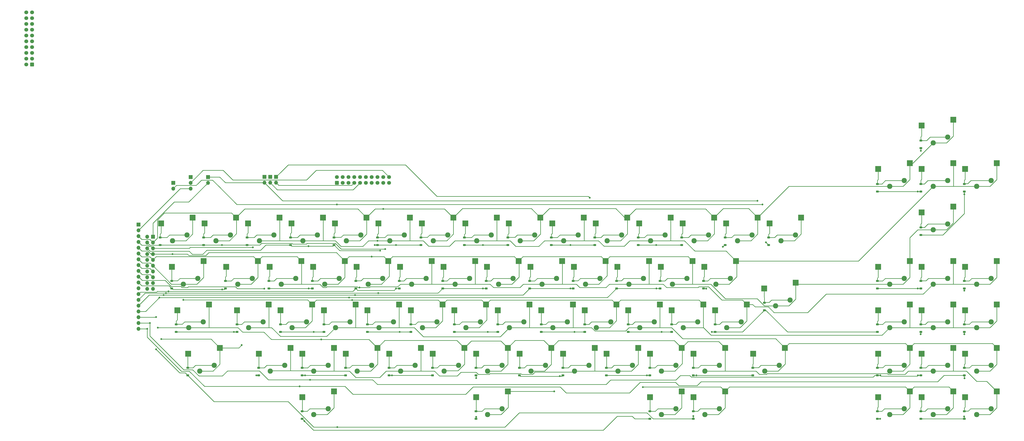
<source format=gbl>
G04 #@! TF.GenerationSoftware,KiCad,Pcbnew,8.0.2*
G04 #@! TF.CreationDate,2025-03-09T11:26:09+00:00*
G04 #@! TF.ProjectId,Keyboard,4b657962-6f61-4726-942e-6b696361645f,rev?*
G04 #@! TF.SameCoordinates,Original*
G04 #@! TF.FileFunction,Copper,L2,Bot*
G04 #@! TF.FilePolarity,Positive*
%FSLAX46Y46*%
G04 Gerber Fmt 4.6, Leading zero omitted, Abs format (unit mm)*
G04 Created by KiCad (PCBNEW 8.0.2) date 2025-03-09 11:26:09*
%MOMM*%
%LPD*%
G01*
G04 APERTURE LIST*
G04 Aperture macros list*
%AMRoundRect*
0 Rectangle with rounded corners*
0 $1 Rounding radius*
0 $2 $3 $4 $5 $6 $7 $8 $9 X,Y pos of 4 corners*
0 Add a 4 corners polygon primitive as box body*
4,1,4,$2,$3,$4,$5,$6,$7,$8,$9,$2,$3,0*
0 Add four circle primitives for the rounded corners*
1,1,$1+$1,$2,$3*
1,1,$1+$1,$4,$5*
1,1,$1+$1,$6,$7*
1,1,$1+$1,$8,$9*
0 Add four rect primitives between the rounded corners*
20,1,$1+$1,$2,$3,$4,$5,0*
20,1,$1+$1,$4,$5,$6,$7,0*
20,1,$1+$1,$6,$7,$8,$9,0*
20,1,$1+$1,$8,$9,$2,$3,0*%
G04 Aperture macros list end*
G04 #@! TA.AperFunction,ComponentPad*
%ADD10RoundRect,0.250000X0.600000X-0.600000X0.600000X0.600000X-0.600000X0.600000X-0.600000X-0.600000X0*%
G04 #@! TD*
G04 #@! TA.AperFunction,ComponentPad*
%ADD11C,1.700000*%
G04 #@! TD*
G04 #@! TA.AperFunction,ComponentPad*
%ADD12RoundRect,0.250000X0.600000X0.600000X-0.600000X0.600000X-0.600000X-0.600000X0.600000X-0.600000X0*%
G04 #@! TD*
G04 #@! TA.AperFunction,SMDPad,CuDef*
%ADD13R,2.550000X2.500000*%
G04 #@! TD*
G04 #@! TA.AperFunction,ComponentPad*
%ADD14C,2.286000*%
G04 #@! TD*
G04 #@! TA.AperFunction,ComponentPad*
%ADD15R,1.700000X1.700000*%
G04 #@! TD*
G04 #@! TA.AperFunction,ComponentPad*
%ADD16O,1.700000X1.700000*%
G04 #@! TD*
G04 #@! TA.AperFunction,SMDPad,CuDef*
%ADD17RoundRect,0.225000X0.375000X-0.225000X0.375000X0.225000X-0.375000X0.225000X-0.375000X-0.225000X0*%
G04 #@! TD*
G04 #@! TA.AperFunction,ViaPad*
%ADD18C,0.800000*%
G04 #@! TD*
G04 #@! TA.AperFunction,Conductor*
%ADD19C,0.250000*%
G04 #@! TD*
G04 APERTURE END LIST*
D10*
G04 #@! TO.P,J2,1,Pin_1*
G04 #@! TO.N,unconnected-(J2-Pin_1-Pad1)*
X169545000Y-122555000D03*
D11*
G04 #@! TO.P,J2,2,Pin_2*
G04 #@! TO.N,Y1*
X169545000Y-120015000D03*
G04 #@! TO.P,J2,3,Pin_3*
G04 #@! TO.N,X9*
X172085000Y-122555000D03*
G04 #@! TO.P,J2,4,Pin_4*
G04 #@! TO.N,Y2*
X172085000Y-120015000D03*
G04 #@! TO.P,J2,5,Pin_5*
G04 #@! TO.N,X7*
X174625000Y-122555000D03*
G04 #@! TO.P,J2,6,Pin_6*
G04 #@! TO.N,Y3*
X174625000Y-120015000D03*
G04 #@! TO.P,J2,7,Pin_7*
G04 #@! TO.N,X6*
X177165000Y-122555000D03*
G04 #@! TO.P,J2,8,Pin_8*
G04 #@! TO.N,Y4*
X177165000Y-120015000D03*
G04 #@! TO.P,J2,9,Pin_9*
G04 #@! TO.N,X5*
X179705000Y-122555000D03*
G04 #@! TO.P,J2,10,Pin_10*
G04 #@! TO.N,Y5*
X179705000Y-120015000D03*
G04 #@! TO.P,J2,11,Pin_11*
G04 #@! TO.N,X4*
X182245000Y-122555000D03*
G04 #@! TO.P,J2,12,Pin_12*
G04 #@! TO.N,Y6*
X182245000Y-120015000D03*
G04 #@! TO.P,J2,13,Pin_13*
G04 #@! TO.N,X3*
X184785000Y-122555000D03*
G04 #@! TO.P,J2,14,Pin_14*
G04 #@! TO.N,Y7*
X184785000Y-120015000D03*
G04 #@! TO.P,J2,15,Pin_15*
G04 #@! TO.N,X2*
X187325000Y-122555000D03*
G04 #@! TO.P,J2,16,Pin_16*
G04 #@! TO.N,Y8*
X187325000Y-120015000D03*
G04 #@! TO.P,J2,17,Pin_17*
G04 #@! TO.N,X1*
X189865000Y-122555000D03*
G04 #@! TO.P,J2,18,Pin_18*
G04 #@! TO.N,Y9*
X189865000Y-120015000D03*
G04 #@! TO.P,J2,19,Pin_19*
G04 #@! TO.N,unconnected-(J2-Pin_19-Pad19)*
X192405000Y-122555000D03*
G04 #@! TO.P,J2,20,Pin_20*
G04 #@! TO.N,Net-(J1-Pin_2)*
X192405000Y-120015000D03*
G04 #@! TD*
D12*
G04 #@! TO.P,J4,1,Pin_1*
G04 #@! TO.N,Y3*
X35941000Y-70713600D03*
D11*
G04 #@! TO.P,J4,2,Pin_2*
G04 #@! TO.N,Y4*
X33401000Y-70713600D03*
G04 #@! TO.P,J4,3,Pin_3*
G04 #@! TO.N,Y5*
X35941000Y-68173600D03*
G04 #@! TO.P,J4,4,Pin_4*
G04 #@! TO.N,Y6*
X33401000Y-68173600D03*
G04 #@! TO.P,J4,5,Pin_5*
G04 #@! TO.N,Y7*
X35941000Y-65633600D03*
G04 #@! TO.P,J4,6,Pin_6*
G04 #@! TO.N,Y8*
X33401000Y-65633600D03*
G04 #@! TO.P,J4,7,Pin_7*
G04 #@! TO.N,Y9*
X35941000Y-63093600D03*
G04 #@! TO.P,J4,8,Pin_8*
G04 #@! TO.N,X7*
X33401000Y-63093600D03*
G04 #@! TO.P,J4,9,Pin_9*
G04 #@! TO.N,X6*
X35941000Y-60553600D03*
G04 #@! TO.P,J4,10,Pin_10*
G04 #@! TO.N,X5*
X33401000Y-60553600D03*
G04 #@! TO.P,J4,11,Pin_11*
G04 #@! TO.N,X4*
X35941000Y-58013600D03*
G04 #@! TO.P,J4,12,Pin_12*
G04 #@! TO.N,X3*
X33401000Y-58013600D03*
G04 #@! TO.P,J4,13,Pin_13*
G04 #@! TO.N,X2*
X35941000Y-55473600D03*
G04 #@! TO.P,J4,14,Pin_14*
G04 #@! TO.N,X1*
X33401000Y-55473600D03*
G04 #@! TO.P,J4,15,Pin_15*
G04 #@! TO.N,Y10*
X35941000Y-52933600D03*
G04 #@! TO.P,J4,16,Pin_16*
G04 #@! TO.N,X9*
X33401000Y-52933600D03*
G04 #@! TO.P,J4,17,Pin_17*
G04 #@! TO.N,Y2*
X35941000Y-50393600D03*
G04 #@! TO.P,J4,18,Pin_18*
G04 #@! TO.N,Y1*
X33401000Y-50393600D03*
G04 #@! TO.P,J4,19,Pin_19*
G04 #@! TO.N,X8*
X35941000Y-47853600D03*
G04 #@! TO.P,J4,20,Pin_20*
G04 #@! TO.N,unconnected-(J4-Pin_20-Pad20)*
X33401000Y-47853600D03*
G04 #@! TD*
D13*
G04 #@! TO.P,SW17,1,A*
G04 #@! TO.N,X2*
X344427500Y-156845000D03*
D14*
X335597500Y-167005000D03*
G04 #@! TO.P,SW17,2,B*
G04 #@! TO.N,Net-(D17-A)*
X341947500Y-164465000D03*
D13*
X330577500Y-159385000D03*
G04 #@! TD*
G04 #@! TO.P,SW9,1,A*
G04 #@! TO.N,X2*
X439677500Y-113982500D03*
D14*
X430847500Y-124142500D03*
G04 #@! TO.P,SW9,2,B*
G04 #@! TO.N,Net-(D9-A)*
X437197500Y-121602500D03*
D13*
X425827500Y-116522500D03*
G04 #@! TD*
G04 #@! TO.P,SW60,1,A*
G04 #@! TO.N,X5*
X158690000Y-175895000D03*
D14*
X149860000Y-186055000D03*
G04 #@! TO.P,SW60,2,B*
G04 #@! TO.N,Net-(D60-A)*
X156210000Y-183515000D03*
D13*
X144840000Y-178435000D03*
G04 #@! TD*
G04 #@! TO.P,SW27,1,A*
G04 #@! TO.N,X4*
X306327500Y-156845000D03*
D14*
X297497500Y-167005000D03*
G04 #@! TO.P,SW27,2,B*
G04 #@! TO.N,Net-(D27-A)*
X303847500Y-164465000D03*
D13*
X292477500Y-159385000D03*
G04 #@! TD*
G04 #@! TO.P,SW22,1,A*
G04 #@! TO.N,X7*
X339665000Y-194945000D03*
D14*
X330835000Y-205105000D03*
G04 #@! TO.P,SW22,2,B*
G04 #@! TO.N,Net-(D22-A)*
X337185000Y-202565000D03*
D13*
X325815000Y-197485000D03*
G04 #@! TD*
G04 #@! TO.P,SW69,1,A*
G04 #@! TO.N,X6*
X139640000Y-175895000D03*
D14*
X130810000Y-186055000D03*
G04 #@! TO.P,SW69,2,B*
G04 #@! TO.N,Net-(D69-A)*
X137160000Y-183515000D03*
D13*
X125790000Y-178435000D03*
G04 #@! TD*
G04 #@! TO.P,SW33,1,A*
G04 #@! TO.N,X2*
X277752500Y-137795000D03*
D14*
X268922500Y-147955000D03*
G04 #@! TO.P,SW33,2,B*
G04 #@! TO.N,Net-(D33-A)*
X275272500Y-145415000D03*
D13*
X263902500Y-140335000D03*
G04 #@! TD*
G04 #@! TO.P,SW63,1,A*
G04 #@! TO.N,X8*
X168215000Y-194945000D03*
D14*
X159385000Y-205105000D03*
G04 #@! TO.P,SW63,2,B*
G04 #@! TO.N,Net-(D63-A)*
X165735000Y-202565000D03*
D13*
X154365000Y-197485000D03*
G04 #@! TD*
G04 #@! TO.P,SW7,1,A*
G04 #@! TO.N,X8*
X439677500Y-213995000D03*
D14*
X430847500Y-224155000D03*
G04 #@! TO.P,SW7,2,B*
G04 #@! TO.N,Net-(D7-A)*
X437197500Y-221615000D03*
D13*
X425827500Y-216535000D03*
G04 #@! TD*
G04 #@! TO.P,SW36,1,A*
G04 #@! TO.N,X5*
X292040000Y-175895000D03*
D14*
X283210000Y-186055000D03*
G04 #@! TO.P,SW36,2,B*
G04 #@! TO.N,Net-(D36-A)*
X289560000Y-183515000D03*
D13*
X278190000Y-178435000D03*
G04 #@! TD*
G04 #@! TO.P,SW50,1,A*
G04 #@! TO.N,X3*
X192027500Y-156845000D03*
D14*
X183197500Y-167005000D03*
G04 #@! TO.P,SW50,2,B*
G04 #@! TO.N,Net-(D50-A)*
X189547500Y-164465000D03*
D13*
X178177500Y-159385000D03*
G04 #@! TD*
G04 #@! TO.P,SW10,1,A*
G04 #@! TO.N,X3*
X420627500Y-156845000D03*
D14*
X411797500Y-167005000D03*
G04 #@! TO.P,SW10,2,B*
G04 #@! TO.N,Net-(D10-A)*
X418147500Y-164465000D03*
D13*
X406777500Y-159385000D03*
G04 #@! TD*
G04 #@! TO.P,SW1,1,A*
G04 #@! TO.N,X2*
X458727500Y-113982500D03*
D14*
X449897500Y-124142500D03*
G04 #@! TO.P,SW1,2,B*
G04 #@! TO.N,Net-(D1-A)*
X456247500Y-121602500D03*
D13*
X444877500Y-116522500D03*
G04 #@! TD*
G04 #@! TO.P,SW13,1,A*
G04 #@! TO.N,X6*
X420627500Y-194945000D03*
D14*
X411797500Y-205105000D03*
G04 #@! TO.P,SW13,2,B*
G04 #@! TO.N,Net-(D13-A)*
X418147500Y-202565000D03*
D13*
X406777500Y-197485000D03*
G04 #@! TD*
G04 #@! TO.P,SW42,1,A*
G04 #@! TO.N,X3*
X249177500Y-156845000D03*
D14*
X240347500Y-167005000D03*
G04 #@! TO.P,SW42,2,B*
G04 #@! TO.N,Net-(D42-A)*
X246697500Y-164465000D03*
D13*
X235327500Y-159385000D03*
G04 #@! TD*
G04 #@! TO.P,SW30,1,A*
G04 #@! TO.N,X7*
X320615000Y-194945000D03*
D14*
X311785000Y-205105000D03*
G04 #@! TO.P,SW30,2,B*
G04 #@! TO.N,Net-(D30-A)*
X318135000Y-202565000D03*
D13*
X306765000Y-197485000D03*
G04 #@! TD*
G04 #@! TO.P,SW62,1,A*
G04 #@! TO.N,X7*
X187265000Y-194945000D03*
D14*
X178435000Y-205105000D03*
G04 #@! TO.P,SW62,2,B*
G04 #@! TO.N,Net-(D62-A)*
X184785000Y-202565000D03*
D13*
X173415000Y-197485000D03*
G04 #@! TD*
G04 #@! TO.P,SW53,1,A*
G04 #@! TO.N,X6*
X196790000Y-175895000D03*
D14*
X187960000Y-186055000D03*
G04 #@! TO.P,SW53,2,B*
G04 #@! TO.N,Net-(D53-A)*
X194310000Y-183515000D03*
D13*
X182940000Y-178435000D03*
G04 #@! TD*
G04 #@! TO.P,SW79,1,A*
G04 #@! TO.N,X9*
X373002500Y-137795000D03*
D14*
X364172500Y-147955000D03*
G04 #@! TO.P,SW79,2,B*
G04 #@! TO.N,Net-(D79-A)*
X370522500Y-145415000D03*
D13*
X359152500Y-140335000D03*
G04 #@! TD*
G04 #@! TO.P,SW14,1,A*
G04 #@! TO.N,X7*
X439677500Y-194945000D03*
D14*
X430847500Y-205105000D03*
G04 #@! TO.P,SW14,2,B*
G04 #@! TO.N,Net-(D14-A)*
X437197500Y-202565000D03*
D13*
X425827500Y-197485000D03*
G04 #@! TD*
G04 #@! TO.P,SW65,1,A*
G04 #@! TO.N,X2*
X144402500Y-137795000D03*
D14*
X135572500Y-147955000D03*
G04 #@! TO.P,SW65,2,B*
G04 #@! TO.N,Net-(D65-A)*
X141922500Y-145415000D03*
D13*
X130552500Y-140335000D03*
G04 #@! TD*
G04 #@! TO.P,SW31,1,A*
G04 #@! TO.N,X8*
X301565000Y-194945000D03*
D14*
X292735000Y-205105000D03*
G04 #@! TO.P,SW31,2,B*
G04 #@! TO.N,Net-(D31-A)*
X299085000Y-202565000D03*
D13*
X287715000Y-197485000D03*
G04 #@! TD*
G04 #@! TO.P,SW37,1,A*
G04 #@! TO.N,X6*
X272990000Y-175895000D03*
D14*
X264160000Y-186055000D03*
G04 #@! TO.P,SW37,2,B*
G04 #@! TO.N,Net-(D37-A)*
X270510000Y-183515000D03*
D13*
X259140000Y-178435000D03*
G04 #@! TD*
G04 #@! TO.P,SW70,1,A*
G04 #@! TO.N,X7*
X113446250Y-175895000D03*
D14*
X104616250Y-186055000D03*
G04 #@! TO.P,SW70,2,B*
G04 #@! TO.N,Net-(D70-A)*
X110966250Y-183515000D03*
D13*
X99596250Y-178435000D03*
G04 #@! TD*
G04 #@! TO.P,SW39,1,A*
G04 #@! TO.N,X8*
X282515000Y-194945000D03*
D14*
X273685000Y-205105000D03*
G04 #@! TO.P,SW39,2,B*
G04 #@! TO.N,Net-(D39-A)*
X280035000Y-202565000D03*
D13*
X268665000Y-197485000D03*
G04 #@! TD*
G04 #@! TO.P,SW6,1,A*
G04 #@! TO.N,X7*
X458727500Y-213995000D03*
D14*
X449897500Y-224155000D03*
G04 #@! TO.P,SW6,2,B*
G04 #@! TO.N,Net-(D6-A)*
X456247500Y-221615000D03*
D13*
X444877500Y-216535000D03*
G04 #@! TD*
G04 #@! TO.P,SW20,1,A*
G04 #@! TO.N,X5*
X420627500Y-175895000D03*
D14*
X411797500Y-186055000D03*
G04 #@! TO.P,SW20,2,B*
G04 #@! TO.N,Net-(D20-A)*
X418147500Y-183515000D03*
D13*
X406777500Y-178435000D03*
G04 #@! TD*
G04 #@! TO.P,SW21,1,A*
G04 #@! TO.N,X6*
X118208750Y-194945000D03*
D14*
X109378750Y-205105000D03*
G04 #@! TO.P,SW21,2,B*
G04 #@! TO.N,Net-(D21-A)*
X115728750Y-202565000D03*
D13*
X104358750Y-197485000D03*
G04 #@! TD*
G04 #@! TO.P,SW38,1,A*
G04 #@! TO.N,X7*
X263465000Y-194945000D03*
D14*
X254635000Y-205105000D03*
G04 #@! TO.P,SW38,2,B*
G04 #@! TO.N,Net-(D38-A)*
X260985000Y-202565000D03*
D13*
X249615000Y-197485000D03*
G04 #@! TD*
G04 #@! TO.P,SW68,1,A*
G04 #@! TO.N,X5*
X111065000Y-156845000D03*
D14*
X102235000Y-167005000D03*
G04 #@! TO.P,SW68,2,B*
G04 #@! TO.N,Net-(D68-A)*
X108585000Y-164465000D03*
D13*
X97215000Y-159385000D03*
G04 #@! TD*
G04 #@! TO.P,SW56,1,A*
G04 #@! TO.N,X1*
X182502500Y-137795000D03*
D14*
X173672500Y-147955000D03*
G04 #@! TO.P,SW56,2,B*
G04 #@! TO.N,Net-(D56-A)*
X180022500Y-145415000D03*
D13*
X168652500Y-140335000D03*
G04 #@! TD*
G04 #@! TO.P,SW59,1,A*
G04 #@! TO.N,X4*
X153927500Y-156845000D03*
D14*
X145097500Y-167005000D03*
G04 #@! TO.P,SW59,2,B*
G04 #@! TO.N,Net-(D59-A)*
X151447500Y-164465000D03*
D13*
X140077500Y-159385000D03*
G04 #@! TD*
G04 #@! TO.P,SW902,1,A*
G04 #@! TO.N,Net-(SW902-A)*
X320615000Y-213995000D03*
D14*
X311785000Y-224155000D03*
G04 #@! TO.P,SW902,2,B*
G04 #@! TO.N,Net-(D74-A)*
X318135000Y-221615000D03*
D13*
X306765000Y-216535000D03*
G04 #@! TD*
G04 #@! TO.P,SW43,1,A*
G04 #@! TO.N,X4*
X230127500Y-156845000D03*
D14*
X221297500Y-167005000D03*
G04 #@! TO.P,SW43,2,B*
G04 #@! TO.N,Net-(D43-A)*
X227647500Y-164465000D03*
D13*
X216277500Y-159385000D03*
G04 #@! TD*
G04 #@! TO.P,SW901,1,A*
G04 #@! TO.N,Net-(SW901-A)*
X168215000Y-213995000D03*
D14*
X159385000Y-224155000D03*
G04 #@! TO.P,SW901,2,B*
G04 #@! TO.N,Net-(D75-A)*
X165735000Y-221615000D03*
D13*
X154365000Y-216535000D03*
G04 #@! TD*
G04 #@! TO.P,SW19,1,A*
G04 #@! TO.N,X4*
X349190000Y-175895000D03*
D14*
X340360000Y-186055000D03*
G04 #@! TO.P,SW19,2,B*
G04 #@! TO.N,Net-(D19-A)*
X346710000Y-183515000D03*
D13*
X335340000Y-178435000D03*
G04 #@! TD*
G04 #@! TO.P,SW34,1,A*
G04 #@! TO.N,X3*
X287277500Y-156845000D03*
D14*
X278447500Y-167005000D03*
G04 #@! TO.P,SW34,2,B*
G04 #@! TO.N,Net-(D34-A)*
X284797500Y-164465000D03*
D13*
X273427500Y-159385000D03*
G04 #@! TD*
G04 #@! TO.P,SW23,1,A*
G04 #@! TO.N,X8*
X339665000Y-213995000D03*
D14*
X330835000Y-224155000D03*
G04 #@! TO.P,SW23,2,B*
G04 #@! TO.N,Net-(D23-A)*
X337185000Y-221615000D03*
D13*
X325815000Y-216535000D03*
G04 #@! TD*
G04 #@! TO.P,SW11,1,A*
G04 #@! TO.N,X4*
X439677500Y-156845000D03*
D14*
X430847500Y-167005000D03*
G04 #@! TO.P,SW11,2,B*
G04 #@! TO.N,Net-(D11-A)*
X437197500Y-164465000D03*
D13*
X425827500Y-159385000D03*
G04 #@! TD*
G04 #@! TO.P,SW41,1,A*
G04 #@! TO.N,X2*
X239652500Y-137795000D03*
D14*
X230822500Y-147955000D03*
G04 #@! TO.P,SW41,2,B*
G04 #@! TO.N,Net-(D41-A)*
X237172500Y-145415000D03*
D13*
X225802500Y-140335000D03*
G04 #@! TD*
G04 #@! TO.P,SW45,1,A*
G04 #@! TO.N,X6*
X253940000Y-175895000D03*
D14*
X245110000Y-186055000D03*
G04 #@! TO.P,SW45,2,B*
G04 #@! TO.N,Net-(D45-A)*
X251460000Y-183515000D03*
D13*
X240090000Y-178435000D03*
G04 #@! TD*
G04 #@! TO.P,SW8,1,A*
G04 #@! TO.N,X1*
X420627500Y-113982500D03*
D14*
X411797500Y-124142500D03*
G04 #@! TO.P,SW8,2,B*
G04 #@! TO.N,Net-(D8-A)*
X418147500Y-121602500D03*
D13*
X406777500Y-116522500D03*
G04 #@! TD*
G04 #@! TO.P,SW52,1,A*
G04 #@! TO.N,X5*
X215840000Y-175895000D03*
D14*
X207010000Y-186055000D03*
G04 #@! TO.P,SW52,2,B*
G04 #@! TO.N,Net-(D52-A)*
X213360000Y-183515000D03*
D13*
X201990000Y-178435000D03*
G04 #@! TD*
G04 #@! TO.P,SW5,1,A*
G04 #@! TO.N,X6*
X458727500Y-194945000D03*
D14*
X449897500Y-205105000D03*
G04 #@! TO.P,SW5,2,B*
G04 #@! TO.N,Net-(D5-A)*
X456247500Y-202565000D03*
D13*
X444877500Y-197485000D03*
G04 #@! TD*
G04 #@! TO.P,SW16,1,A*
G04 #@! TO.N,X1*
X353952500Y-137795000D03*
D14*
X345122500Y-147955000D03*
G04 #@! TO.P,SW16,2,B*
G04 #@! TO.N,Net-(D16-A)*
X351472500Y-145415000D03*
D13*
X340102500Y-140335000D03*
G04 #@! TD*
G04 #@! TO.P,SW4,1,A*
G04 #@! TO.N,X5*
X458727500Y-175895000D03*
D14*
X449897500Y-186055000D03*
G04 #@! TO.P,SW4,2,B*
G04 #@! TO.N,Net-(D4-A)*
X456247500Y-183515000D03*
D13*
X444877500Y-178435000D03*
G04 #@! TD*
G04 #@! TO.P,SW67,1,A*
G04 #@! TO.N,X4*
X134877500Y-156845000D03*
D14*
X126047500Y-167005000D03*
G04 #@! TO.P,SW67,2,B*
G04 #@! TO.N,Net-(D67-A)*
X132397500Y-164465000D03*
D13*
X121027500Y-159385000D03*
G04 #@! TD*
G04 #@! TO.P,SW18,1,A*
G04 #@! TO.N,X3*
X370621250Y-166370000D03*
D14*
X361791250Y-176530000D03*
G04 #@! TO.P,SW18,2,B*
G04 #@! TO.N,Net-(D18-A)*
X368141250Y-173990000D03*
D13*
X356771250Y-168910000D03*
G04 #@! TD*
G04 #@! TO.P,SW25,1,A*
G04 #@! TO.N,X2*
X315852500Y-137795000D03*
D14*
X307022500Y-147955000D03*
G04 #@! TO.P,SW25,2,B*
G04 #@! TO.N,Net-(D25-A)*
X313372500Y-145415000D03*
D13*
X302002500Y-140335000D03*
G04 #@! TD*
G04 #@! TO.P,SW24,1,A*
G04 #@! TO.N,X1*
X334902500Y-137795000D03*
D14*
X326072500Y-147955000D03*
G04 #@! TO.P,SW24,2,B*
G04 #@! TO.N,Net-(D24-A)*
X332422500Y-145415000D03*
D13*
X321052500Y-140335000D03*
G04 #@! TD*
G04 #@! TO.P,SW12,1,A*
G04 #@! TO.N,X5*
X439677500Y-175895000D03*
D14*
X430847500Y-186055000D03*
G04 #@! TO.P,SW12,2,B*
G04 #@! TO.N,Net-(D12-A)*
X437197500Y-183515000D03*
D13*
X425827500Y-178435000D03*
G04 #@! TD*
G04 #@! TO.P,SW66,1,A*
G04 #@! TO.N,X3*
X106302500Y-137795000D03*
D14*
X97472500Y-147955000D03*
G04 #@! TO.P,SW66,2,B*
G04 #@! TO.N,Net-(D66-A)*
X103822500Y-145415000D03*
D13*
X92452500Y-140335000D03*
G04 #@! TD*
G04 #@! TO.P,SW28,1,A*
G04 #@! TO.N,X5*
X330140000Y-175895000D03*
D14*
X321310000Y-186055000D03*
G04 #@! TO.P,SW28,2,B*
G04 #@! TO.N,Net-(D28-A)*
X327660000Y-183515000D03*
D13*
X316290000Y-178435000D03*
G04 #@! TD*
G04 #@! TO.P,SW29,1,A*
G04 #@! TO.N,X6*
X311090000Y-175895000D03*
D14*
X302260000Y-186055000D03*
G04 #@! TO.P,SW29,2,B*
G04 #@! TO.N,Net-(D29-A)*
X308610000Y-183515000D03*
D13*
X297240000Y-178435000D03*
G04 #@! TD*
G04 #@! TO.P,SW58,1,A*
G04 #@! TO.N,X3*
X172977500Y-156845000D03*
D14*
X164147500Y-167005000D03*
G04 #@! TO.P,SW58,2,B*
G04 #@! TO.N,Net-(D58-A)*
X170497500Y-164465000D03*
D13*
X159127500Y-159385000D03*
G04 #@! TD*
G04 #@! TO.P,SW15,1,A*
G04 #@! TO.N,X8*
X420627500Y-213995000D03*
D14*
X411797500Y-224155000D03*
G04 #@! TO.P,SW15,2,B*
G04 #@! TO.N,Net-(D15-A)*
X418147500Y-221615000D03*
D13*
X406777500Y-216535000D03*
G04 #@! TD*
G04 #@! TO.P,SW3,1,A*
G04 #@! TO.N,X4*
X458727500Y-156845000D03*
D14*
X449897500Y-167005000D03*
G04 #@! TO.P,SW3,2,B*
G04 #@! TO.N,Net-(D3-A)*
X456247500Y-164465000D03*
D13*
X444877500Y-159385000D03*
G04 #@! TD*
G04 #@! TO.P,SW48,1,A*
G04 #@! TO.N,X1*
X220602500Y-137795000D03*
D14*
X211772500Y-147955000D03*
G04 #@! TO.P,SW48,2,B*
G04 #@! TO.N,Net-(D48-A)*
X218122500Y-145415000D03*
D13*
X206752500Y-140335000D03*
G04 #@! TD*
G04 #@! TO.P,SW57,1,A*
G04 #@! TO.N,X2*
X163452500Y-137795000D03*
D14*
X154622500Y-147955000D03*
G04 #@! TO.P,SW57,2,B*
G04 #@! TO.N,Net-(D57-A)*
X160972500Y-145415000D03*
D13*
X149602500Y-140335000D03*
G04 #@! TD*
G04 #@! TO.P,SW61,1,A*
G04 #@! TO.N,X6*
X177740000Y-175895000D03*
D14*
X168910000Y-186055000D03*
G04 #@! TO.P,SW61,2,B*
G04 #@! TO.N,Net-(D61-A)*
X175260000Y-183515000D03*
D13*
X163890000Y-178435000D03*
G04 #@! TD*
G04 #@! TO.P,SW0,1,A*
G04 #@! TO.N,X1*
X439677500Y-94932500D03*
D14*
X430847500Y-105092500D03*
G04 #@! TO.P,SW0,2,B*
G04 #@! TO.N,Net-(D0-A)*
X437197500Y-102552500D03*
D13*
X425827500Y-97472500D03*
G04 #@! TD*
G04 #@! TO.P,SW47,1,A*
G04 #@! TO.N,X8*
X244415000Y-213995000D03*
D14*
X235585000Y-224155000D03*
G04 #@! TO.P,SW47,2,B*
G04 #@! TO.N,Net-(D47-A)*
X241935000Y-221615000D03*
D13*
X230565000Y-216535000D03*
G04 #@! TD*
G04 #@! TO.P,SW64,1,A*
G04 #@! TO.N,X1*
X125352500Y-137795000D03*
D14*
X116522500Y-147955000D03*
G04 #@! TO.P,SW64,2,B*
G04 #@! TO.N,Net-(D64-A)*
X122872500Y-145415000D03*
D13*
X111502500Y-140335000D03*
G04 #@! TD*
G04 #@! TO.P,SW71,1,A*
G04 #@! TO.N,X8*
X149165000Y-194945000D03*
D14*
X140335000Y-205105000D03*
G04 #@! TO.P,SW71,2,B*
G04 #@! TO.N,Net-(D71-A)*
X146685000Y-202565000D03*
D13*
X135315000Y-197485000D03*
G04 #@! TD*
G04 #@! TO.P,SW35,1,A*
G04 #@! TO.N,X4*
X268227500Y-156845000D03*
D14*
X259397500Y-167005000D03*
G04 #@! TO.P,SW35,2,B*
G04 #@! TO.N,Net-(D35-A)*
X265747500Y-164465000D03*
D13*
X254377500Y-159385000D03*
G04 #@! TD*
G04 #@! TO.P,SW51,1,A*
G04 #@! TO.N,X4*
X211077500Y-156845000D03*
D14*
X202247500Y-167005000D03*
G04 #@! TO.P,SW51,2,B*
G04 #@! TO.N,Net-(D51-A)*
X208597500Y-164465000D03*
D13*
X197227500Y-159385000D03*
G04 #@! TD*
G04 #@! TO.P,SW54,1,A*
G04 #@! TO.N,X7*
X225365000Y-194945000D03*
D14*
X216535000Y-205105000D03*
G04 #@! TO.P,SW54,2,B*
G04 #@! TO.N,Net-(D54-A)*
X222885000Y-202565000D03*
D13*
X211515000Y-197485000D03*
G04 #@! TD*
G04 #@! TO.P,SW46,1,A*
G04 #@! TO.N,X7*
X244415000Y-194945000D03*
D14*
X235585000Y-205105000D03*
G04 #@! TO.P,SW46,2,B*
G04 #@! TO.N,Net-(D46-A)*
X241935000Y-202565000D03*
D13*
X230565000Y-197485000D03*
G04 #@! TD*
G04 #@! TO.P,SW49,1,A*
G04 #@! TO.N,X2*
X201552500Y-137795000D03*
D14*
X192722500Y-147955000D03*
G04 #@! TO.P,SW49,2,B*
G04 #@! TO.N,Net-(D49-A)*
X199072500Y-145415000D03*
D13*
X187702500Y-140335000D03*
G04 #@! TD*
G04 #@! TO.P,SW26,1,A*
G04 #@! TO.N,X3*
X325377500Y-156845000D03*
D14*
X316547500Y-167005000D03*
G04 #@! TO.P,SW26,2,B*
G04 #@! TO.N,Net-(D26-A)*
X322897500Y-164465000D03*
D13*
X311527500Y-159385000D03*
G04 #@! TD*
G04 #@! TO.P,SW2,1,A*
G04 #@! TO.N,X3*
X439677500Y-133032500D03*
D14*
X430847500Y-143192500D03*
G04 #@! TO.P,SW2,2,B*
G04 #@! TO.N,Net-(D2-A)*
X437197500Y-140652500D03*
D13*
X425827500Y-135572500D03*
G04 #@! TD*
G04 #@! TO.P,SW40,1,A*
G04 #@! TO.N,X1*
X258702500Y-137795000D03*
D14*
X249872500Y-147955000D03*
G04 #@! TO.P,SW40,2,B*
G04 #@! TO.N,Net-(D40-A)*
X256222500Y-145415000D03*
D13*
X244852500Y-140335000D03*
G04 #@! TD*
G04 #@! TO.P,SW32,1,A*
G04 #@! TO.N,X1*
X296802500Y-137795000D03*
D14*
X287972500Y-147955000D03*
G04 #@! TO.P,SW32,2,B*
G04 #@! TO.N,Net-(D32-A)*
X294322500Y-145415000D03*
D13*
X282952500Y-140335000D03*
G04 #@! TD*
G04 #@! TO.P,SW55,1,A*
G04 #@! TO.N,X8*
X206315000Y-194945000D03*
D14*
X197485000Y-205105000D03*
G04 #@! TO.P,SW55,2,B*
G04 #@! TO.N,Net-(D55-A)*
X203835000Y-202565000D03*
D13*
X192465000Y-197485000D03*
G04 #@! TD*
G04 #@! TO.P,SW121,1,A*
G04 #@! TO.N,X6*
X365858750Y-194945000D03*
D14*
X357028750Y-205105000D03*
G04 #@! TO.P,SW121,2,B*
G04 #@! TO.N,Net-(D73-A)*
X363378750Y-202565000D03*
D13*
X352008750Y-197485000D03*
G04 #@! TD*
G04 #@! TO.P,SW44,1,A*
G04 #@! TO.N,X5*
X234890000Y-175895000D03*
D14*
X226060000Y-186055000D03*
G04 #@! TO.P,SW44,2,B*
G04 #@! TO.N,Net-(D44-A)*
X232410000Y-183515000D03*
D13*
X221040000Y-178435000D03*
G04 #@! TD*
D15*
G04 #@! TO.P,JP1,1,A*
G04 #@! TO.N,X8*
X105410000Y-120015000D03*
D16*
G04 #@! TO.P,JP1,2,C*
G04 #@! TO.N,Net-(J1-Pin_2)*
X105410000Y-122555000D03*
G04 #@! TO.P,JP1,3,B*
G04 #@! TO.N,Y10*
X105410000Y-125095000D03*
G04 #@! TD*
D15*
G04 #@! TO.P,J1,1,Pin_1*
G04 #@! TO.N,Net-(J1-Pin_1)*
X88905000Y-146215000D03*
D16*
G04 #@! TO.P,J1,2,Pin_2*
G04 #@! TO.N,Net-(J1-Pin_2)*
X86365000Y-146215000D03*
G04 #@! TO.P,J1,3,Pin_3*
G04 #@! TO.N,X1*
X88905000Y-148755000D03*
G04 #@! TO.P,J1,4,Pin_4*
G04 #@! TO.N,Y9*
X86365000Y-148755000D03*
G04 #@! TO.P,J1,5,Pin_5*
G04 #@! TO.N,X2*
X88905000Y-151295000D03*
G04 #@! TO.P,J1,6,Pin_6*
G04 #@! TO.N,Y8*
X86365000Y-151295000D03*
G04 #@! TO.P,J1,7,Pin_7*
G04 #@! TO.N,X3*
X88905000Y-153835000D03*
G04 #@! TO.P,J1,8,Pin_8*
G04 #@! TO.N,Y7*
X86365000Y-153835000D03*
G04 #@! TO.P,J1,9,Pin_9*
G04 #@! TO.N,X4*
X88905000Y-156375000D03*
G04 #@! TO.P,J1,10,Pin_10*
G04 #@! TO.N,Y6*
X86365000Y-156375000D03*
G04 #@! TO.P,J1,11,Pin_11*
G04 #@! TO.N,X5*
X88905000Y-158915000D03*
G04 #@! TO.P,J1,12,Pin_12*
G04 #@! TO.N,Y5*
X86365000Y-158915000D03*
G04 #@! TO.P,J1,13,Pin_13*
G04 #@! TO.N,X6*
X88905000Y-161455000D03*
G04 #@! TO.P,J1,14,Pin_14*
G04 #@! TO.N,Y4*
X86365000Y-161455000D03*
G04 #@! TO.P,J1,15,Pin_15*
G04 #@! TO.N,X7*
X88905000Y-163995000D03*
G04 #@! TO.P,J1,16,Pin_16*
G04 #@! TO.N,Y3*
X86365000Y-163995000D03*
G04 #@! TO.P,J1,17,Pin_17*
G04 #@! TO.N,X9*
X88905000Y-166535000D03*
G04 #@! TO.P,J1,18,Pin_18*
G04 #@! TO.N,Y2*
X86365000Y-166535000D03*
G04 #@! TO.P,J1,19,Pin_19*
G04 #@! TO.N,unconnected-(J1-Pin_19-Pad19)*
X88905000Y-169075000D03*
G04 #@! TO.P,J1,20,Pin_20*
G04 #@! TO.N,Y1*
X86365000Y-169075000D03*
G04 #@! TD*
D15*
G04 #@! TO.P,JP2,1,1*
G04 #@! TO.N,Y10*
X113030000Y-120015000D03*
D16*
G04 #@! TO.P,JP2,2,2*
G04 #@! TO.N,Net-(J1-Pin_1)*
X113030000Y-122555000D03*
G04 #@! TD*
D15*
G04 #@! TO.P,JP3,1,1*
G04 #@! TO.N,X8*
X97790000Y-122555000D03*
D16*
G04 #@! TO.P,JP3,2,2*
G04 #@! TO.N,X9*
X97790000Y-125095000D03*
G04 #@! TD*
D17*
G04 #@! TO.P,D68,1,K*
G04 #@! TO.N,Y9*
X97155000Y-168910000D03*
G04 #@! TO.P,D68,2,A*
G04 #@! TO.N,Net-(D68-A)*
X97155000Y-165610000D03*
G04 #@! TD*
G04 #@! TO.P,D38,1,K*
G04 #@! TO.N,Y5*
X249555000Y-207010000D03*
G04 #@! TO.P,D38,2,A*
G04 #@! TO.N,Net-(D38-A)*
X249555000Y-203710000D03*
G04 #@! TD*
G04 #@! TO.P,D59,1,K*
G04 #@! TO.N,Y8*
X139700000Y-168910000D03*
G04 #@! TO.P,D59,2,A*
G04 #@! TO.N,Net-(D59-A)*
X139700000Y-165610000D03*
G04 #@! TD*
G04 #@! TO.P,D56,1,K*
G04 #@! TO.N,Y8*
X168275000Y-149860000D03*
G04 #@! TO.P,D56,2,A*
G04 #@! TO.N,Net-(D56-A)*
X168275000Y-146560000D03*
G04 #@! TD*
G04 #@! TO.P,D28,1,K*
G04 #@! TO.N,Y4*
X316230000Y-187960000D03*
G04 #@! TO.P,D28,2,A*
G04 #@! TO.N,Net-(D28-A)*
X316230000Y-184660000D03*
G04 #@! TD*
G04 #@! TO.P,D23,1,K*
G04 #@! TO.N,Y3*
X325755000Y-226060000D03*
G04 #@! TO.P,D23,2,A*
G04 #@! TO.N,Net-(D23-A)*
X325755000Y-222760000D03*
G04 #@! TD*
G04 #@! TO.P,D37,1,K*
G04 #@! TO.N,Y5*
X259080000Y-187960000D03*
G04 #@! TO.P,D37,2,A*
G04 #@! TO.N,Net-(D37-A)*
X259080000Y-184660000D03*
G04 #@! TD*
G04 #@! TO.P,D15,1,K*
G04 #@! TO.N,Y2*
X406400000Y-226060000D03*
G04 #@! TO.P,D15,2,A*
G04 #@! TO.N,Net-(D15-A)*
X406400000Y-222760000D03*
G04 #@! TD*
G04 #@! TO.P,D35,1,K*
G04 #@! TO.N,Y5*
X254000000Y-168910000D03*
G04 #@! TO.P,D35,2,A*
G04 #@! TO.N,Net-(D35-A)*
X254000000Y-165610000D03*
G04 #@! TD*
G04 #@! TO.P,D40,1,K*
G04 #@! TO.N,Y6*
X244475000Y-149860000D03*
G04 #@! TO.P,D40,2,A*
G04 #@! TO.N,Net-(D40-A)*
X244475000Y-146560000D03*
G04 #@! TD*
G04 #@! TO.P,D14,1,K*
G04 #@! TO.N,Y2*
X425450000Y-207010000D03*
G04 #@! TO.P,D14,2,A*
G04 #@! TO.N,Net-(D14-A)*
X425450000Y-203710000D03*
G04 #@! TD*
G04 #@! TO.P,D70,1,K*
G04 #@! TO.N,Y9*
X99060000Y-187960000D03*
G04 #@! TO.P,D70,2,A*
G04 #@! TO.N,Net-(D70-A)*
X99060000Y-184660000D03*
G04 #@! TD*
G04 #@! TO.P,D27,1,K*
G04 #@! TO.N,Y4*
X292100000Y-168910000D03*
G04 #@! TO.P,D27,2,A*
G04 #@! TO.N,Net-(D27-A)*
X292100000Y-165610000D03*
G04 #@! TD*
G04 #@! TO.P,D6,1,K*
G04 #@! TO.N,Y1*
X444500000Y-226060000D03*
G04 #@! TO.P,D6,2,A*
G04 #@! TO.N,Net-(D6-A)*
X444500000Y-222760000D03*
G04 #@! TD*
G04 #@! TO.P,D55,1,K*
G04 #@! TO.N,Y7*
X192405000Y-207010000D03*
G04 #@! TO.P,D55,2,A*
G04 #@! TO.N,Net-(D55-A)*
X192405000Y-203710000D03*
G04 #@! TD*
G04 #@! TO.P,D44,1,K*
G04 #@! TO.N,Y6*
X220980000Y-187960000D03*
G04 #@! TO.P,D44,2,A*
G04 #@! TO.N,Net-(D44-A)*
X220980000Y-184660000D03*
G04 #@! TD*
G04 #@! TO.P,D48,1,K*
G04 #@! TO.N,Y7*
X206375000Y-149860000D03*
G04 #@! TO.P,D48,2,A*
G04 #@! TO.N,Net-(D48-A)*
X206375000Y-146560000D03*
G04 #@! TD*
G04 #@! TO.P,D63,1,K*
G04 #@! TO.N,Y8*
X154305000Y-207010000D03*
G04 #@! TO.P,D63,2,A*
G04 #@! TO.N,Net-(D63-A)*
X154305000Y-203710000D03*
G04 #@! TD*
G04 #@! TO.P,D30,1,K*
G04 #@! TO.N,Y4*
X306705000Y-207010000D03*
G04 #@! TO.P,D30,2,A*
G04 #@! TO.N,Net-(D30-A)*
X306705000Y-203710000D03*
G04 #@! TD*
D15*
G04 #@! TO.P,JP5,1,1*
G04 #@! TO.N,Net-(SW902-A)*
X142875000Y-120010000D03*
D16*
G04 #@! TO.P,JP5,2,2*
G04 #@! TO.N,X6*
X142875000Y-122550000D03*
G04 #@! TD*
D17*
G04 #@! TO.P,D53,1,K*
G04 #@! TO.N,Y7*
X182880000Y-187960000D03*
G04 #@! TO.P,D53,2,A*
G04 #@! TO.N,Net-(D53-A)*
X182880000Y-184660000D03*
G04 #@! TD*
G04 #@! TO.P,D4,1,K*
G04 #@! TO.N,Y1*
X444500000Y-187960000D03*
G04 #@! TO.P,D4,2,A*
G04 #@! TO.N,Net-(D4-A)*
X444500000Y-184660000D03*
G04 #@! TD*
G04 #@! TO.P,D34,1,K*
G04 #@! TO.N,Y5*
X273050000Y-168910000D03*
G04 #@! TO.P,D34,2,A*
G04 #@! TO.N,Net-(D34-A)*
X273050000Y-165610000D03*
G04 #@! TD*
G04 #@! TO.P,D33,1,K*
G04 #@! TO.N,Y5*
X263525000Y-149860000D03*
G04 #@! TO.P,D33,2,A*
G04 #@! TO.N,Net-(D33-A)*
X263525000Y-146560000D03*
G04 #@! TD*
D15*
G04 #@! TO.P,J3,1,Pin_1*
G04 #@! TO.N,X9*
X82550000Y-140855000D03*
D16*
G04 #@! TO.P,J3,2,Pin_2*
G04 #@! TO.N,Y10*
X82550000Y-143395000D03*
G04 #@! TO.P,J3,3,Pin_3*
G04 #@! TO.N,X1*
X82550000Y-145935000D03*
G04 #@! TO.P,J3,4,Pin_4*
G04 #@! TO.N,X2*
X82550000Y-148475000D03*
G04 #@! TO.P,J3,5,Pin_5*
G04 #@! TO.N,X3*
X82550000Y-151015000D03*
G04 #@! TO.P,J3,6,Pin_6*
G04 #@! TO.N,X4*
X82550000Y-153555000D03*
G04 #@! TO.P,J3,7,Pin_7*
G04 #@! TO.N,X5*
X82550000Y-156095000D03*
G04 #@! TO.P,J3,8,Pin_8*
G04 #@! TO.N,X6*
X82550000Y-158635000D03*
G04 #@! TO.P,J3,9,Pin_9*
G04 #@! TO.N,X7*
X82550000Y-161175000D03*
G04 #@! TO.P,J3,10,Pin_10*
G04 #@! TO.N,X8*
X82550000Y-163715000D03*
G04 #@! TO.P,J3,11,Pin_11*
G04 #@! TO.N,Y9*
X82550000Y-166255000D03*
G04 #@! TO.P,J3,12,Pin_12*
G04 #@! TO.N,Y8*
X82550000Y-168795000D03*
G04 #@! TO.P,J3,13,Pin_13*
G04 #@! TO.N,Y7*
X82550000Y-171335000D03*
G04 #@! TO.P,J3,14,Pin_14*
G04 #@! TO.N,Y6*
X82550000Y-173875000D03*
G04 #@! TO.P,J3,15,Pin_15*
G04 #@! TO.N,Y5*
X82550000Y-176415000D03*
G04 #@! TO.P,J3,16,Pin_16*
G04 #@! TO.N,Y4*
X82550000Y-178955000D03*
G04 #@! TO.P,J3,17,Pin_17*
G04 #@! TO.N,Y3*
X82550000Y-181495000D03*
G04 #@! TO.P,J3,18,Pin_18*
G04 #@! TO.N,Y2*
X82550000Y-184035000D03*
G04 #@! TO.P,J3,19,Pin_19*
G04 #@! TO.N,Y1*
X82550000Y-186575000D03*
G04 #@! TD*
D17*
G04 #@! TO.P,D32,1,K*
G04 #@! TO.N,Y5*
X282575000Y-149860000D03*
G04 #@! TO.P,D32,2,A*
G04 #@! TO.N,Net-(D32-A)*
X282575000Y-146560000D03*
G04 #@! TD*
G04 #@! TO.P,D11,1,K*
G04 #@! TO.N,Y2*
X425450000Y-168910000D03*
G04 #@! TO.P,D11,2,A*
G04 #@! TO.N,Net-(D11-A)*
X425450000Y-165610000D03*
G04 #@! TD*
G04 #@! TO.P,D16,1,K*
G04 #@! TO.N,Y3*
X339725000Y-149860000D03*
G04 #@! TO.P,D16,2,A*
G04 #@! TO.N,Net-(D16-A)*
X339725000Y-146560000D03*
G04 #@! TD*
G04 #@! TO.P,D21,1,K*
G04 #@! TO.N,Y3*
X104140000Y-207010000D03*
G04 #@! TO.P,D21,2,A*
G04 #@! TO.N,Net-(D21-A)*
X104140000Y-203710000D03*
G04 #@! TD*
G04 #@! TO.P,D29,1,K*
G04 #@! TO.N,Y4*
X297180000Y-187960000D03*
G04 #@! TO.P,D29,2,A*
G04 #@! TO.N,Net-(D29-A)*
X297180000Y-184660000D03*
G04 #@! TD*
G04 #@! TO.P,D1,1,K*
G04 #@! TO.N,Y1*
X444500000Y-126365000D03*
G04 #@! TO.P,D1,2,A*
G04 #@! TO.N,Net-(D1-A)*
X444500000Y-123065000D03*
G04 #@! TD*
G04 #@! TO.P,D46,1,K*
G04 #@! TO.N,Y6*
X230505000Y-207010000D03*
G04 #@! TO.P,D46,2,A*
G04 #@! TO.N,Net-(D46-A)*
X230505000Y-203710000D03*
G04 #@! TD*
G04 #@! TO.P,D74,1,K*
G04 #@! TO.N,Net-(D74-K)*
X306705000Y-226060000D03*
G04 #@! TO.P,D74,2,A*
G04 #@! TO.N,Net-(D74-A)*
X306705000Y-222760000D03*
G04 #@! TD*
G04 #@! TO.P,D31,1,K*
G04 #@! TO.N,Y4*
X287655000Y-207010000D03*
G04 #@! TO.P,D31,2,A*
G04 #@! TO.N,Net-(D31-A)*
X287655000Y-203710000D03*
G04 #@! TD*
G04 #@! TO.P,D22,1,K*
G04 #@! TO.N,Y3*
X325755000Y-207010000D03*
G04 #@! TO.P,D22,2,A*
G04 #@! TO.N,Net-(D22-A)*
X325755000Y-203710000D03*
G04 #@! TD*
G04 #@! TO.P,D25,1,K*
G04 #@! TO.N,Y4*
X301625000Y-149860000D03*
G04 #@! TO.P,D25,2,A*
G04 #@! TO.N,Net-(D25-A)*
X301625000Y-146560000D03*
G04 #@! TD*
G04 #@! TO.P,D41,1,K*
G04 #@! TO.N,Y6*
X225425000Y-149860000D03*
G04 #@! TO.P,D41,2,A*
G04 #@! TO.N,Net-(D41-A)*
X225425000Y-146560000D03*
G04 #@! TD*
G04 #@! TO.P,D2,1,K*
G04 #@! TO.N,Y1*
X425450000Y-145415000D03*
G04 #@! TO.P,D2,2,A*
G04 #@! TO.N,Net-(D2-A)*
X425450000Y-142115000D03*
G04 #@! TD*
D15*
G04 #@! TO.P,JP4,1,1*
G04 #@! TO.N,Net-(SW901-A)*
X140335000Y-120010000D03*
D16*
G04 #@! TO.P,JP4,2,2*
G04 #@! TO.N,X5*
X140335000Y-122550000D03*
G04 #@! TD*
D17*
G04 #@! TO.P,D58,1,K*
G04 #@! TO.N,Y8*
X158750000Y-168910000D03*
G04 #@! TO.P,D58,2,A*
G04 #@! TO.N,Net-(D58-A)*
X158750000Y-165610000D03*
G04 #@! TD*
G04 #@! TO.P,D64,1,K*
G04 #@! TO.N,Y9*
X111125000Y-149860000D03*
G04 #@! TO.P,D64,2,A*
G04 #@! TO.N,Net-(D64-A)*
X111125000Y-146560000D03*
G04 #@! TD*
G04 #@! TO.P,D19,1,K*
G04 #@! TO.N,Y3*
X335280000Y-187960000D03*
G04 #@! TO.P,D19,2,A*
G04 #@! TO.N,Net-(D19-A)*
X335280000Y-184660000D03*
G04 #@! TD*
G04 #@! TO.P,D20,1,K*
G04 #@! TO.N,Y3*
X406400000Y-187960000D03*
G04 #@! TO.P,D20,2,A*
G04 #@! TO.N,Net-(D20-A)*
X406400000Y-184660000D03*
G04 #@! TD*
D15*
G04 #@! TO.P,JP6,1,1*
G04 #@! TO.N,Net-(D74-K)*
X137795000Y-120010000D03*
D16*
G04 #@! TO.P,JP6,2,2*
G04 #@! TO.N,Y10*
X137795000Y-122550000D03*
G04 #@! TD*
D17*
G04 #@! TO.P,D45,1,K*
G04 #@! TO.N,Y6*
X240030000Y-187960000D03*
G04 #@! TO.P,D45,2,A*
G04 #@! TO.N,Net-(D45-A)*
X240030000Y-184660000D03*
G04 #@! TD*
G04 #@! TO.P,D47,1,K*
G04 #@! TO.N,Y6*
X230505000Y-226060000D03*
G04 #@! TO.P,D47,2,A*
G04 #@! TO.N,Net-(D47-A)*
X230505000Y-222760000D03*
G04 #@! TD*
G04 #@! TO.P,D10,1,K*
G04 #@! TO.N,Y2*
X406400000Y-168910000D03*
G04 #@! TO.P,D10,2,A*
G04 #@! TO.N,Net-(D10-A)*
X406400000Y-165610000D03*
G04 #@! TD*
G04 #@! TO.P,D24,1,K*
G04 #@! TO.N,Y4*
X320675000Y-149860000D03*
G04 #@! TO.P,D24,2,A*
G04 #@! TO.N,Net-(D24-A)*
X320675000Y-146560000D03*
G04 #@! TD*
G04 #@! TO.P,D7,1,K*
G04 #@! TO.N,Y1*
X425450000Y-226060000D03*
G04 #@! TO.P,D7,2,A*
G04 #@! TO.N,Net-(D7-A)*
X425450000Y-222760000D03*
G04 #@! TD*
G04 #@! TO.P,D9,1,K*
G04 #@! TO.N,Y2*
X425450000Y-126365000D03*
G04 #@! TO.P,D9,2,A*
G04 #@! TO.N,Net-(D9-A)*
X425450000Y-123065000D03*
G04 #@! TD*
G04 #@! TO.P,D51,1,K*
G04 #@! TO.N,Y7*
X196850000Y-168910000D03*
G04 #@! TO.P,D51,2,A*
G04 #@! TO.N,Net-(D51-A)*
X196850000Y-165610000D03*
G04 #@! TD*
G04 #@! TO.P,D0,1,K*
G04 #@! TO.N,Y1*
X425450000Y-107315000D03*
G04 #@! TO.P,D0,2,A*
G04 #@! TO.N,Net-(D0-A)*
X425450000Y-104015000D03*
G04 #@! TD*
G04 #@! TO.P,D71,1,K*
G04 #@! TO.N,Y9*
X135255000Y-207010000D03*
G04 #@! TO.P,D71,2,A*
G04 #@! TO.N,Net-(D71-A)*
X135255000Y-203710000D03*
G04 #@! TD*
G04 #@! TO.P,D54,1,K*
G04 #@! TO.N,Y7*
X211455000Y-207010000D03*
G04 #@! TO.P,D54,2,A*
G04 #@! TO.N,Net-(D54-A)*
X211455000Y-203710000D03*
G04 #@! TD*
G04 #@! TO.P,D13,1,K*
G04 #@! TO.N,Y2*
X406400000Y-207010000D03*
G04 #@! TO.P,D13,2,A*
G04 #@! TO.N,Net-(D13-A)*
X406400000Y-203710000D03*
G04 #@! TD*
G04 #@! TO.P,D39,1,K*
G04 #@! TO.N,Y5*
X268605000Y-207010000D03*
G04 #@! TO.P,D39,2,A*
G04 #@! TO.N,Net-(D39-A)*
X268605000Y-203710000D03*
G04 #@! TD*
G04 #@! TO.P,D43,1,K*
G04 #@! TO.N,Y6*
X215900000Y-168910000D03*
G04 #@! TO.P,D43,2,A*
G04 #@! TO.N,Net-(D43-A)*
X215900000Y-165610000D03*
G04 #@! TD*
G04 #@! TO.P,D26,1,K*
G04 #@! TO.N,Y4*
X311150000Y-168910000D03*
G04 #@! TO.P,D26,2,A*
G04 #@! TO.N,Net-(D26-A)*
X311150000Y-165610000D03*
G04 #@! TD*
G04 #@! TO.P,D75,1,K*
G04 #@! TO.N,Net-(D74-K)*
X154305000Y-226060000D03*
G04 #@! TO.P,D75,2,A*
G04 #@! TO.N,Net-(D75-A)*
X154305000Y-222760000D03*
G04 #@! TD*
G04 #@! TO.P,D36,1,K*
G04 #@! TO.N,Y5*
X278130000Y-187960000D03*
G04 #@! TO.P,D36,2,A*
G04 #@! TO.N,Net-(D36-A)*
X278130000Y-184660000D03*
G04 #@! TD*
G04 #@! TO.P,D79,1,K*
G04 #@! TO.N,Y10*
X358775000Y-149860000D03*
G04 #@! TO.P,D79,2,A*
G04 #@! TO.N,Net-(D79-A)*
X358775000Y-146560000D03*
G04 #@! TD*
G04 #@! TO.P,D65,1,K*
G04 #@! TO.N,Y9*
X130175000Y-149860000D03*
G04 #@! TO.P,D65,2,A*
G04 #@! TO.N,Net-(D65-A)*
X130175000Y-146560000D03*
G04 #@! TD*
G04 #@! TO.P,D42,1,K*
G04 #@! TO.N,Y6*
X234950000Y-168910000D03*
G04 #@! TO.P,D42,2,A*
G04 #@! TO.N,Net-(D42-A)*
X234950000Y-165610000D03*
G04 #@! TD*
G04 #@! TO.P,D66,1,K*
G04 #@! TO.N,Y9*
X92075000Y-149860000D03*
G04 #@! TO.P,D66,2,A*
G04 #@! TO.N,Net-(D66-A)*
X92075000Y-146560000D03*
G04 #@! TD*
G04 #@! TO.P,D3,1,K*
G04 #@! TO.N,Y1*
X444500000Y-168910000D03*
G04 #@! TO.P,D3,2,A*
G04 #@! TO.N,Net-(D3-A)*
X444500000Y-165610000D03*
G04 #@! TD*
G04 #@! TO.P,D69,1,K*
G04 #@! TO.N,Y9*
X125730000Y-187960000D03*
G04 #@! TO.P,D69,2,A*
G04 #@! TO.N,Net-(D69-A)*
X125730000Y-184660000D03*
G04 #@! TD*
G04 #@! TO.P,D50,1,K*
G04 #@! TO.N,Y7*
X177800000Y-168910000D03*
G04 #@! TO.P,D50,2,A*
G04 #@! TO.N,Net-(D50-A)*
X177800000Y-165610000D03*
G04 #@! TD*
G04 #@! TO.P,D18,1,K*
G04 #@! TO.N,Y3*
X356870000Y-178435000D03*
G04 #@! TO.P,D18,2,A*
G04 #@! TO.N,Net-(D18-A)*
X356870000Y-175135000D03*
G04 #@! TD*
G04 #@! TO.P,D52,1,K*
G04 #@! TO.N,Y7*
X201930000Y-187960000D03*
G04 #@! TO.P,D52,2,A*
G04 #@! TO.N,Net-(D52-A)*
X201930000Y-184660000D03*
G04 #@! TD*
G04 #@! TO.P,D61,1,K*
G04 #@! TO.N,Y8*
X163830000Y-187960000D03*
G04 #@! TO.P,D61,2,A*
G04 #@! TO.N,Net-(D61-A)*
X163830000Y-184660000D03*
G04 #@! TD*
G04 #@! TO.P,D49,1,K*
G04 #@! TO.N,Y7*
X187325000Y-149860000D03*
G04 #@! TO.P,D49,2,A*
G04 #@! TO.N,Net-(D49-A)*
X187325000Y-146560000D03*
G04 #@! TD*
G04 #@! TO.P,D60,1,K*
G04 #@! TO.N,Y8*
X144780000Y-187960000D03*
G04 #@! TO.P,D60,2,A*
G04 #@! TO.N,Net-(D60-A)*
X144780000Y-184660000D03*
G04 #@! TD*
G04 #@! TO.P,D5,1,K*
G04 #@! TO.N,Y1*
X444500000Y-207010000D03*
G04 #@! TO.P,D5,2,A*
G04 #@! TO.N,Net-(D5-A)*
X444500000Y-203710000D03*
G04 #@! TD*
G04 #@! TO.P,D67,1,K*
G04 #@! TO.N,Y9*
X120650000Y-168910000D03*
G04 #@! TO.P,D67,2,A*
G04 #@! TO.N,Net-(D67-A)*
X120650000Y-165610000D03*
G04 #@! TD*
G04 #@! TO.P,D57,1,K*
G04 #@! TO.N,Y8*
X149225000Y-149860000D03*
G04 #@! TO.P,D57,2,A*
G04 #@! TO.N,Net-(D57-A)*
X149225000Y-146560000D03*
G04 #@! TD*
G04 #@! TO.P,D12,1,K*
G04 #@! TO.N,Y2*
X425450000Y-187960000D03*
G04 #@! TO.P,D12,2,A*
G04 #@! TO.N,Net-(D12-A)*
X425450000Y-184660000D03*
G04 #@! TD*
G04 #@! TO.P,D17,1,K*
G04 #@! TO.N,Y3*
X330200000Y-168910000D03*
G04 #@! TO.P,D17,2,A*
G04 #@! TO.N,Net-(D17-A)*
X330200000Y-165610000D03*
G04 #@! TD*
G04 #@! TO.P,D73,1,K*
G04 #@! TO.N,Y3*
X351790000Y-207010000D03*
G04 #@! TO.P,D73,2,A*
G04 #@! TO.N,Net-(D73-A)*
X351790000Y-203710000D03*
G04 #@! TD*
G04 #@! TO.P,D8,1,K*
G04 #@! TO.N,Y2*
X406400000Y-126365000D03*
G04 #@! TO.P,D8,2,A*
G04 #@! TO.N,Net-(D8-A)*
X406400000Y-123065000D03*
G04 #@! TD*
G04 #@! TO.P,D62,1,K*
G04 #@! TO.N,Y8*
X173355000Y-207010000D03*
G04 #@! TO.P,D62,2,A*
G04 #@! TO.N,Net-(D62-A)*
X173355000Y-203710000D03*
G04 #@! TD*
D18*
G04 #@! TO.N,Net-(D74-K)*
X155282900Y-227037900D03*
G04 #@! TO.N,Net-(SW902-A)*
X280339800Y-129133600D03*
G04 #@! TO.N,Y10*
X357606600Y-148691600D03*
X353822000Y-130479800D03*
G04 #@! TO.N,Y9*
X124409200Y-187960000D03*
X134188200Y-207010000D03*
X190728600Y-151612600D03*
X119176800Y-149878200D03*
X119227600Y-169341800D03*
G04 #@! TO.N,Y8*
X188468000Y-152337600D03*
X159334200Y-187960000D03*
X157099000Y-150342600D03*
X157149800Y-168910000D03*
X155524200Y-207010000D03*
G04 #@! TO.N,Y7*
X95656400Y-170154600D03*
X195453000Y-168910000D03*
X193624200Y-207010000D03*
X195453000Y-149860000D03*
X197078600Y-187960000D03*
X186131200Y-149834600D03*
G04 #@! TO.N,Y6*
X233527600Y-149860000D03*
X233527600Y-168910000D03*
X187629800Y-170967400D03*
X230530400Y-208203800D03*
X94564200Y-170967400D03*
X235635800Y-187960000D03*
X230581200Y-225196400D03*
G04 #@! TO.N,Y5*
X273659600Y-187960000D03*
X271907000Y-149860000D03*
X177495200Y-171754800D03*
X93548200Y-171754800D03*
X271907000Y-168910000D03*
X267208000Y-207365600D03*
G04 #@! TO.N,Y4*
X309499000Y-149860000D03*
X309549800Y-168910000D03*
X91694000Y-172923200D03*
X311861200Y-187960000D03*
X305384200Y-207010000D03*
X174879000Y-172923200D03*
G04 #@! TO.N,Y3*
X338709000Y-150622000D03*
X327101200Y-207010000D03*
X331368400Y-168986200D03*
X90308600Y-195580000D03*
X325755000Y-224866200D03*
X169697400Y-229698900D03*
X90244000Y-181432200D03*
X333883000Y-187985400D03*
G04 #@! TO.N,Y2*
X424078400Y-126390400D03*
X407644600Y-226034600D03*
X424078400Y-168910000D03*
X157759400Y-208965800D03*
X407695400Y-207010000D03*
X87540000Y-184023000D03*
X425399200Y-188976000D03*
X424205400Y-207010000D03*
G04 #@! TO.N,X9*
X356082600Y-132080000D03*
X169519600Y-132080000D03*
G04 #@! TO.N,X8*
X264744200Y-213995000D03*
X137668000Y-168960800D03*
X303657000Y-212200000D03*
G04 #@! TO.N,X7*
X162636200Y-191264300D03*
X91033600Y-186055000D03*
G04 #@! TO.N,X6*
X127762000Y-193751200D03*
X92583000Y-191109600D03*
G04 #@! TO.N,X5*
X102235000Y-173913800D03*
X176225200Y-174020000D03*
G04 #@! TO.N,X4*
X179451000Y-168478200D03*
G04 #@! TO.N,X3*
X184785000Y-154970000D03*
X97459800Y-153797000D03*
G04 #@! TO.N,X2*
X132689600Y-150876000D03*
X187325000Y-147955000D03*
G04 #@! TO.N,X1*
X189865000Y-133985000D03*
G04 #@! TO.N,Y1*
X444500000Y-127584200D03*
X425475400Y-108508800D03*
X444550800Y-188976000D03*
X444525400Y-169875200D03*
X444449200Y-225044000D03*
X444576200Y-208305400D03*
X153162000Y-211861400D03*
X86365000Y-186563000D03*
G04 #@! TD*
D19*
G04 #@! TO.N,X5*
X156708800Y-173913800D02*
X158690000Y-175895000D01*
X102235000Y-173913800D02*
X156708800Y-173913800D01*
G04 #@! TO.N,Y2*
X405358600Y-207010000D02*
X406400000Y-207010000D01*
X404583600Y-207785000D02*
X405358600Y-207010000D01*
X324879000Y-207785000D02*
X404583600Y-207785000D01*
X324180200Y-207086200D02*
X324879000Y-207785000D01*
X289534600Y-209067400D02*
X318109600Y-209067400D01*
X185216800Y-208965800D02*
X187276000Y-211025000D01*
X187276000Y-211025000D02*
X287577000Y-211025000D01*
X139496800Y-208965800D02*
X185216800Y-208965800D01*
X318109600Y-209067400D02*
X320090800Y-207086200D01*
X135559800Y-205028800D02*
X139496800Y-208965800D01*
X121615200Y-205028800D02*
X135559800Y-205028800D01*
X109051569Y-207298769D02*
X119345231Y-207298769D01*
X119345231Y-207298769D02*
X121615200Y-205028800D01*
X102362000Y-204546200D02*
X106299000Y-204546200D01*
X106299000Y-204546200D02*
X109051569Y-207298769D01*
X320090800Y-207086200D02*
X324180200Y-207086200D01*
X87540000Y-189724200D02*
X102362000Y-204546200D01*
X287577000Y-211025000D02*
X289534600Y-209067400D01*
X87540000Y-184023000D02*
X87540000Y-189724200D01*
G04 #@! TO.N,Net-(SW902-A)*
X144856200Y-118033800D02*
X144851200Y-118033800D01*
X148209000Y-114681000D02*
X144856200Y-118033800D01*
X144851200Y-118033800D02*
X142875000Y-120010000D01*
X199561200Y-114681000D02*
X148209000Y-114681000D01*
X213404200Y-128524000D02*
X199561200Y-114681000D01*
X280339800Y-129133600D02*
X279730200Y-128524000D01*
X279730200Y-128524000D02*
X213404200Y-128524000D01*
G04 #@! TO.N,Net-(J1-Pin_2)*
X119634000Y-117094000D02*
X110871000Y-117094000D01*
X123875800Y-121335800D02*
X119634000Y-117094000D01*
X160502600Y-117094000D02*
X156260800Y-121335800D01*
X110871000Y-117094000D02*
X105410000Y-122555000D01*
X189484000Y-117094000D02*
X160502600Y-117094000D01*
X192405000Y-120015000D02*
X189484000Y-117094000D01*
X156260800Y-121335800D02*
X123875800Y-121335800D01*
G04 #@! TO.N,Y10*
X137795000Y-122550000D02*
X145724800Y-130479800D01*
X145724800Y-130479800D02*
X148640800Y-130479800D01*
X353822000Y-130479800D02*
X148640800Y-130479800D01*
X120695800Y-122550000D02*
X120307100Y-122161300D01*
X137795000Y-122550000D02*
X120695800Y-122550000D01*
X120307100Y-122161300D02*
X118160800Y-120015000D01*
G04 #@! TO.N,X5*
X143388000Y-125603000D02*
X143560800Y-125603000D01*
X143560800Y-125603000D02*
X176657000Y-125603000D01*
X140335000Y-122550000D02*
X143388000Y-125603000D01*
G04 #@! TO.N,X6*
X142875000Y-122550000D02*
X144055000Y-123730000D01*
X144055000Y-123730000D02*
X144551400Y-123730000D01*
X144551400Y-123730000D02*
X175990000Y-123730000D01*
G04 #@! TO.N,X5*
X176657000Y-125603000D02*
X179705000Y-122555000D01*
G04 #@! TO.N,X6*
X175990000Y-123730000D02*
X177165000Y-122555000D01*
G04 #@! TO.N,Net-(D74-K)*
X155282900Y-227037900D02*
X154305000Y-226060000D01*
X159308800Y-231063800D02*
X155282900Y-227037900D01*
G04 #@! TO.N,Y10*
X105410000Y-125095000D02*
X100850000Y-125095000D01*
X100850000Y-125095000D02*
X82550000Y-143395000D01*
X118160800Y-120015000D02*
X113030000Y-120015000D01*
X358775000Y-149860000D02*
X357606600Y-148691600D01*
G04 #@! TO.N,Y9*
X171411652Y-151612600D02*
X168884052Y-149085000D01*
X150177252Y-149428200D02*
X149824635Y-149075583D01*
X156133800Y-149428200D02*
X150177252Y-149428200D01*
X86365000Y-148755000D02*
X87540000Y-149930000D01*
X82550000Y-166255000D02*
X84005000Y-167710000D01*
X119176800Y-149878200D02*
X111143200Y-149878200D01*
X111125000Y-149606000D02*
X111252000Y-149606000D01*
X149824635Y-149075583D02*
X136527983Y-149075583D01*
X156477000Y-149085000D02*
X156133800Y-149428200D01*
X92005000Y-149930000D02*
X92075000Y-149860000D01*
X119227600Y-169341800D02*
X120218200Y-169341800D01*
X111143200Y-149878200D02*
X111125000Y-149860000D01*
X95955000Y-167710000D02*
X97155000Y-168910000D01*
X92075000Y-149860000D02*
X110871000Y-149860000D01*
X168884052Y-149085000D02*
X156477000Y-149085000D01*
X130156800Y-149878200D02*
X130175000Y-149860000D01*
X190728600Y-151612600D02*
X171411652Y-151612600D01*
X84005000Y-167710000D02*
X95955000Y-167710000D01*
X120218200Y-169341800D02*
X97586800Y-169341800D01*
X134188200Y-207010000D02*
X135255000Y-207010000D01*
X99060000Y-187960000D02*
X125730000Y-187960000D01*
X97586800Y-169341800D02*
X97155000Y-168910000D01*
X92075000Y-149860000D02*
X111125000Y-149860000D01*
X136527983Y-149075583D02*
X135743566Y-149860000D01*
X135743566Y-149860000D02*
X130175000Y-149860000D01*
X110871000Y-149860000D02*
X111125000Y-149606000D01*
X120650000Y-168910000D02*
X120218200Y-169341800D01*
X119176800Y-149878200D02*
X130156800Y-149878200D01*
X111252000Y-149606000D02*
X111379000Y-149733000D01*
X124409200Y-187960000D02*
X125730000Y-187960000D01*
X87540000Y-149930000D02*
X92005000Y-149930000D01*
G04 #@! TO.N,Y8*
X87665000Y-152595000D02*
X104817600Y-152595000D01*
X157099000Y-150342600D02*
X150647400Y-150342600D01*
X157099000Y-150342600D02*
X157099000Y-150114000D01*
X136042400Y-152146000D02*
X112496600Y-152146000D01*
X157099000Y-150342600D02*
X167005000Y-150342600D01*
X163322000Y-187833000D02*
X163449000Y-187960000D01*
X149707600Y-150342600D02*
X150647400Y-150342600D01*
X144780000Y-187960000D02*
X163830000Y-187960000D01*
X188468000Y-152337600D02*
X170752600Y-152337600D01*
X167005000Y-150342600D02*
X167792400Y-150342600D01*
X150647400Y-150342600D02*
X167005000Y-150342600D01*
X149225000Y-149860000D02*
X149707600Y-150342600D01*
X86365000Y-151295000D02*
X87665000Y-152595000D01*
X112496600Y-152146000D02*
X110744000Y-153898600D01*
X149225000Y-149987000D02*
X149352000Y-149987000D01*
X106121200Y-153898600D02*
X110744000Y-153898600D01*
X104817600Y-152595000D02*
X106121200Y-153898600D01*
X139446000Y-168783000D02*
X139319000Y-168656000D01*
X149225000Y-149860000D02*
X138328400Y-149860000D01*
X158750000Y-168910000D02*
X139700000Y-168910000D01*
X173355000Y-207010000D02*
X154305000Y-207010000D01*
X167792400Y-150342600D02*
X168275000Y-149860000D01*
X170752600Y-152337600D02*
X168275000Y-149860000D01*
X138328400Y-149860000D02*
X136042400Y-152146000D01*
G04 #@! TO.N,Y7*
X196850000Y-168910000D02*
X195453000Y-168910000D01*
X187299600Y-149834600D02*
X187325000Y-149860000D01*
X182880000Y-187960000D02*
X201930000Y-187960000D01*
X205867000Y-149860000D02*
X206121000Y-149606000D01*
X95656400Y-170154600D02*
X176555400Y-170154600D01*
X211455000Y-207010000D02*
X192405000Y-207010000D01*
X187325000Y-149860000D02*
X206375000Y-149860000D01*
X211455000Y-207010000D02*
X210820000Y-207010000D01*
X195453000Y-149860000D02*
X187325000Y-149860000D01*
X194640200Y-169722800D02*
X194056000Y-169722800D01*
X83400000Y-170485000D02*
X90550800Y-170485000D01*
X195453000Y-168910000D02*
X194640200Y-169722800D01*
X90550800Y-170485000D02*
X90906600Y-170129200D01*
X82550000Y-171335000D02*
X83400000Y-170485000D01*
X194056000Y-169722800D02*
X178612800Y-169722800D01*
X187325000Y-149860000D02*
X205867000Y-149860000D01*
X178612800Y-169722800D02*
X177800000Y-168910000D01*
X90906600Y-170129200D02*
X90932000Y-170154600D01*
X90932000Y-170154600D02*
X95656400Y-170154600D01*
X176555400Y-170154600D02*
X177800000Y-168910000D01*
X196850000Y-168656000D02*
X196977000Y-168783000D01*
X186131200Y-149834600D02*
X187299600Y-149834600D01*
G04 #@! TO.N,Y6*
X213842600Y-170967400D02*
X215900000Y-168910000D01*
X233527600Y-149860000D02*
X244094000Y-149860000D01*
X94564200Y-170967400D02*
X213842600Y-170967400D01*
X82550000Y-173875000D02*
X85457600Y-170967400D01*
X230530400Y-207035400D02*
X230505000Y-207010000D01*
X230581200Y-225196400D02*
X230581200Y-225983800D01*
X220980000Y-187960000D02*
X240030000Y-187960000D01*
X85457600Y-170967400D02*
X94564200Y-170967400D01*
X230530400Y-208203800D02*
X230530400Y-207035400D01*
X234950000Y-168910000D02*
X215900000Y-168910000D01*
X230581200Y-225983800D02*
X230505000Y-226060000D01*
X233527600Y-149860000D02*
X225425000Y-149860000D01*
G04 #@! TO.N,Y5*
X82550000Y-176415000D02*
X87210200Y-171754800D01*
X93548200Y-171754800D02*
X251155200Y-171754800D01*
X87210200Y-171754800D02*
X93548200Y-171754800D01*
X259080000Y-187960000D02*
X278130000Y-187960000D01*
X249961400Y-207416400D02*
X249555000Y-207010000D01*
X268605000Y-207010000D02*
X268198600Y-207416400D01*
X273050000Y-168910000D02*
X254000000Y-168910000D01*
X268198600Y-207416400D02*
X267258800Y-207416400D01*
X263779000Y-149860000D02*
X263525000Y-149606000D01*
X267258800Y-207416400D02*
X249961400Y-207416400D01*
X267208000Y-207365600D02*
X267258800Y-207416400D01*
X271907000Y-149860000D02*
X263779000Y-149860000D01*
X263525000Y-149860000D02*
X282575000Y-149860000D01*
X251155200Y-171754800D02*
X254000000Y-168910000D01*
G04 #@! TO.N,Y4*
X301625000Y-149860000D02*
X301371000Y-149606000D01*
X301625000Y-149860000D02*
X320675000Y-149860000D01*
X311150000Y-168910000D02*
X292100000Y-168910000D01*
X288086800Y-172923200D02*
X292100000Y-168910000D01*
X174879000Y-172923200D02*
X288086800Y-172923200D01*
X85662200Y-178955000D02*
X91694000Y-172923200D01*
X306705000Y-207010000D02*
X287655000Y-207010000D01*
X82550000Y-178955000D02*
X85662200Y-178955000D01*
X309499000Y-149860000D02*
X301625000Y-149860000D01*
X91694000Y-172923200D02*
X174879000Y-172923200D01*
X297180000Y-187960000D02*
X316230000Y-187960000D01*
G04 #@! TO.N,Y3*
X331292200Y-168910000D02*
X330200000Y-168910000D01*
X90244000Y-181432200D02*
X90181200Y-181495000D01*
X331368400Y-168986200D02*
X331292200Y-168910000D01*
X249460100Y-223393000D02*
X305422052Y-223393000D01*
X333883000Y-187985400D02*
X334035400Y-187833000D01*
X115646200Y-218516200D02*
X148145252Y-218516200D01*
X339598000Y-149733000D02*
X338709000Y-150622000D01*
X90181200Y-181495000D02*
X82550000Y-181495000D01*
X243154200Y-229698900D02*
X249460100Y-223393000D01*
X325755000Y-224866200D02*
X325755000Y-226060000D01*
X367030000Y-187960000D02*
X406400000Y-187960000D01*
X100639700Y-205911100D02*
X103041100Y-205911100D01*
X335280000Y-187960000D02*
X347345000Y-187960000D01*
X103041100Y-205911100D02*
X104140000Y-207010000D01*
X356870000Y-178435000D02*
X357505000Y-178435000D01*
X351790000Y-207010000D02*
X325755000Y-207010000D01*
X169697400Y-229698900D02*
X243154200Y-229698900D01*
X90308600Y-195580000D02*
X100639700Y-205911100D01*
X333883000Y-187985400D02*
X335254600Y-187985400D01*
X347345000Y-187960000D02*
X356870000Y-178435000D01*
X305422052Y-223393000D02*
X308089052Y-226060000D01*
X148145252Y-218516200D02*
X159327952Y-229698900D01*
X335254600Y-187985400D02*
X335280000Y-187960000D01*
X308089052Y-226060000D02*
X325755000Y-226060000D01*
X357505000Y-178435000D02*
X367030000Y-187960000D01*
X159327952Y-229698900D02*
X169697400Y-229698900D01*
X104140000Y-207010000D02*
X115646200Y-218516200D01*
G04 #@! TO.N,Y2*
X406400000Y-168910000D02*
X424078400Y-168910000D01*
X425424600Y-126390400D02*
X425450000Y-126365000D01*
X407695400Y-207010000D02*
X408020400Y-207335000D01*
X425450000Y-188925200D02*
X425399200Y-188976000D01*
X408020400Y-207335000D02*
X423880400Y-207335000D01*
X87528000Y-184035000D02*
X87540000Y-184023000D01*
X425450000Y-187960000D02*
X425450000Y-188925200D01*
X424205400Y-207010000D02*
X425450000Y-207010000D01*
X424078400Y-126390400D02*
X425424600Y-126390400D01*
X406400000Y-226060000D02*
X407619200Y-226060000D01*
X424078400Y-168910000D02*
X425450000Y-168910000D01*
X424078400Y-126390400D02*
X424053000Y-126365000D01*
X407619200Y-226060000D02*
X407644600Y-226034600D01*
X82550000Y-184035000D02*
X87528000Y-184035000D01*
X423880400Y-207335000D02*
X424205400Y-207010000D01*
X406400000Y-207010000D02*
X407695400Y-207010000D01*
X424053000Y-126365000D02*
X406400000Y-126365000D01*
G04 #@! TO.N,X9*
X117779800Y-124155200D02*
X125704600Y-132080000D01*
X97790000Y-125095000D02*
X99155000Y-123730000D01*
X169519600Y-132080000D02*
X356082600Y-132080000D01*
X107841800Y-123730000D02*
X108483400Y-123088400D01*
X370058566Y-147955000D02*
X373018400Y-144995166D01*
X99155000Y-123730000D02*
X104140000Y-123730000D01*
X373018400Y-137810900D02*
X373002500Y-137795000D01*
X104140000Y-123730000D02*
X107841800Y-123730000D01*
X364172500Y-147955000D02*
X370058566Y-147955000D01*
X125704600Y-132080000D02*
X169519600Y-132080000D01*
X108483400Y-123088400D02*
X110191800Y-121380000D01*
X110191800Y-121380000D02*
X115004600Y-121380000D01*
X115004600Y-121380000D02*
X117779800Y-124155200D01*
X373018400Y-144995166D02*
X373018400Y-137810900D01*
G04 #@! TO.N,X8*
X303657000Y-212200000D02*
X303767000Y-212090000D01*
X282486800Y-205105000D02*
X273685000Y-205105000D01*
X417683566Y-224155000D02*
X420643400Y-221195166D01*
X437802500Y-212120000D02*
X422502500Y-212120000D01*
X241471066Y-224155000D02*
X244602000Y-221024066D01*
X292735000Y-205105000D02*
X298621066Y-205105000D01*
X206375000Y-205105000D02*
X208940400Y-205105000D01*
X339680900Y-214010900D02*
X339665000Y-213995000D01*
X282530900Y-205060900D02*
X282486800Y-205105000D01*
X188331695Y-207899000D02*
X191125695Y-205105000D01*
X418752500Y-212120000D02*
X341540000Y-212120000D01*
X301580900Y-194960900D02*
X301565000Y-194945000D01*
X301580900Y-202145166D02*
X301580900Y-201955400D01*
X104063800Y-168473000D02*
X101626934Y-168473000D01*
X256318600Y-205555000D02*
X255295400Y-206578200D01*
X439693400Y-221195166D02*
X439693400Y-214010900D01*
X222300800Y-207289400D02*
X223901000Y-205689200D01*
X330835000Y-224155000D02*
X336721066Y-224155000D01*
X339680900Y-221195166D02*
X339680900Y-214010900D01*
X137668000Y-168960800D02*
X125927234Y-168960800D01*
X104426900Y-168109900D02*
X104063800Y-168473000D01*
X273685000Y-205105000D02*
X292735000Y-205105000D01*
X206330900Y-194960900D02*
X206315000Y-194945000D01*
X439693400Y-214010900D02*
X439677500Y-213995000D01*
X264744200Y-213995000D02*
X244415000Y-213995000D01*
X177800000Y-207899000D02*
X188331695Y-207899000D01*
X420627500Y-213995000D02*
X418752500Y-212120000D01*
X206330900Y-201803000D02*
X206330900Y-205060900D01*
X337790000Y-212120000D02*
X339665000Y-213995000D01*
X273685000Y-205105000D02*
X273685000Y-205915131D01*
X125076334Y-168109900D02*
X104426900Y-168109900D01*
X273082600Y-205555000D02*
X256318600Y-205555000D01*
X298621066Y-205105000D02*
X301580900Y-202145166D01*
X96876996Y-167995600D02*
X94241396Y-165360000D01*
X439677500Y-213995000D02*
X437802500Y-212120000D01*
X244602000Y-221024066D02*
X244602000Y-214182000D01*
X250151652Y-206222600D02*
X236550200Y-206222600D01*
X197485000Y-205105000D02*
X212293200Y-205105000D01*
X236550200Y-206222600D02*
X236199800Y-206573000D01*
X214477600Y-207289400D02*
X222300800Y-207289400D01*
X149225000Y-201345800D02*
X149225000Y-205015000D01*
X250507252Y-206578200D02*
X250151652Y-206222600D01*
X231490400Y-206573000D02*
X230606600Y-205689200D01*
X168215000Y-194945000D02*
X168230900Y-194960900D01*
X168230900Y-194960900D02*
X168230900Y-205035500D01*
X430847500Y-224155000D02*
X436733566Y-224155000D01*
X420643400Y-221195166D02*
X420643400Y-214010900D01*
X149225000Y-195005000D02*
X149165000Y-194945000D01*
X273532600Y-205105000D02*
X273082600Y-205555000D01*
X223901000Y-205689200D02*
X228930200Y-205689200D01*
X235585000Y-224155000D02*
X241471066Y-224155000D01*
X159295000Y-205015000D02*
X149225000Y-205015000D01*
X420852600Y-214220100D02*
X420627500Y-213995000D01*
X149225000Y-205015000D02*
X140425000Y-205015000D01*
X301580900Y-202145166D02*
X301580900Y-194960900D01*
X303767000Y-212090000D02*
X337760000Y-212090000D01*
X411797500Y-224155000D02*
X417683566Y-224155000D01*
X436733566Y-224155000D02*
X439693400Y-221195166D01*
X230606600Y-205689200D02*
X228930200Y-205689200D01*
X244602000Y-214182000D02*
X244415000Y-213995000D01*
X101149534Y-167995600D02*
X96876996Y-167995600D01*
X94241396Y-165360000D02*
X84195000Y-165360000D01*
X206330900Y-201803000D02*
X206330900Y-194960900D01*
X236199800Y-206573000D02*
X231490400Y-206573000D01*
X84195000Y-165360000D02*
X82550000Y-163715000D01*
X420643400Y-214010900D02*
X420627500Y-213995000D01*
X125927234Y-168960800D02*
X125076334Y-168109900D01*
X149225000Y-201345800D02*
X149225000Y-195005000D01*
X191125695Y-205105000D02*
X197485000Y-205105000D01*
X301580900Y-201955400D02*
X301580900Y-194960900D01*
X212293200Y-205105000D02*
X214477600Y-207289400D01*
X101626934Y-168473000D02*
X101149534Y-167995600D01*
X337760000Y-212090000D02*
X339665000Y-213995000D01*
X255295400Y-206578200D02*
X250507252Y-206578200D01*
X175006000Y-205105000D02*
X177800000Y-207899000D01*
X282530900Y-194960900D02*
X282530900Y-205060900D01*
X159385000Y-205105000D02*
X159295000Y-205015000D01*
X282515000Y-194945000D02*
X282530900Y-194960900D01*
X273685000Y-205105000D02*
X273532600Y-205105000D01*
X168249600Y-194979600D02*
X168215000Y-194945000D01*
X140425000Y-205015000D02*
X140335000Y-205105000D01*
X197485000Y-205105000D02*
X206375000Y-205105000D01*
X422502500Y-212120000D02*
X420627500Y-213995000D01*
X159385000Y-205105000D02*
X175006000Y-205105000D01*
X336721066Y-224155000D02*
X339680900Y-221195166D01*
X341540000Y-212120000D02*
X339665000Y-213995000D01*
X206330900Y-205060900D02*
X206375000Y-205105000D01*
G04 #@! TO.N,X7*
X113817400Y-176266150D02*
X113446250Y-175895000D01*
X320903600Y-195233600D02*
X320615000Y-194945000D01*
X263480900Y-202145166D02*
X263480900Y-194960900D01*
X88905000Y-163995000D02*
X87730000Y-162820000D01*
X225475800Y-195055800D02*
X225365000Y-194945000D01*
X266614600Y-191795400D02*
X317465400Y-191795400D01*
X445454250Y-205105000D02*
X449961000Y-209611750D01*
X113446250Y-175895000D02*
X113462150Y-175910900D01*
X162636200Y-191264300D02*
X140789900Y-191264300D01*
X244430900Y-202145166D02*
X244430900Y-194960900D01*
X339680900Y-201447400D02*
X339680900Y-205047500D01*
X190516200Y-191693800D02*
X187265000Y-194945000D01*
X449961000Y-209611750D02*
X454344250Y-209611750D01*
X311785000Y-205105000D02*
X317671066Y-205105000D01*
X418495600Y-206573000D02*
X411189434Y-206573000D01*
X183584300Y-191264300D02*
X162636200Y-191264300D01*
X187350400Y-195030400D02*
X187265000Y-194945000D01*
X336896400Y-192176400D02*
X323383600Y-192176400D01*
X439724800Y-196951600D02*
X439724800Y-205079600D01*
X91033600Y-186055000D02*
X104616250Y-186055000D01*
X225475800Y-202107800D02*
X225475800Y-195055800D01*
X458743400Y-214010900D02*
X458727500Y-213995000D01*
X216694000Y-204946000D02*
X222637600Y-204946000D01*
X449897500Y-224155000D02*
X455783566Y-224155000D01*
X113462150Y-186029950D02*
X113487200Y-186055000D01*
X317671066Y-205105000D02*
X320903600Y-201872466D01*
X128039818Y-187910782D02*
X128141418Y-188012382D01*
X247666200Y-191693800D02*
X244415000Y-194945000D01*
X260213800Y-191693800D02*
X247666200Y-191693800D01*
X354705800Y-206573000D02*
X353237800Y-205105000D01*
X87730000Y-162820000D02*
X84195000Y-162820000D01*
X410851434Y-206235000D02*
X358076800Y-206235000D01*
X339680900Y-201447400D02*
X339680900Y-194960900D01*
X187350400Y-202075666D02*
X187350400Y-195030400D01*
X430847500Y-205105000D02*
X419963600Y-205105000D01*
X411189434Y-206573000D02*
X410851434Y-206235000D01*
X358076800Y-206235000D02*
X357738800Y-206573000D01*
X339680900Y-194960900D02*
X339665000Y-194945000D01*
X187265000Y-194945000D02*
X183584300Y-191264300D01*
X455783566Y-224155000D02*
X458743400Y-221195166D01*
X454344250Y-209611750D02*
X458727500Y-213995000D01*
X113462150Y-175910900D02*
X113462150Y-186029950D01*
X128039818Y-187910782D02*
X126184035Y-186055000D01*
X137537982Y-188012382D02*
X140789900Y-191264300D01*
X320903600Y-201872466D02*
X320903600Y-195233600D01*
X184321066Y-205105000D02*
X187350400Y-202075666D01*
X225365000Y-194945000D02*
X228413000Y-191897000D01*
X353237800Y-205105000D02*
X339623400Y-205105000D01*
X84195000Y-162820000D02*
X82550000Y-161175000D01*
X339623400Y-205105000D02*
X330835000Y-205105000D01*
X235585000Y-205105000D02*
X241471066Y-205105000D01*
X225365000Y-194945000D02*
X222113800Y-191693800D01*
X104616250Y-186055000D02*
X113487200Y-186055000D01*
X323383600Y-192176400D02*
X320615000Y-194945000D01*
X222113800Y-191693800D02*
X190516200Y-191693800D01*
X317465400Y-191795400D02*
X320615000Y-194945000D01*
X339680900Y-205047500D02*
X339623400Y-205105000D01*
X254635000Y-205105000D02*
X260521066Y-205105000D01*
X128141418Y-188012382D02*
X137537982Y-188012382D01*
X260521066Y-205105000D02*
X263480900Y-202145166D01*
X439724800Y-194992300D02*
X439677500Y-194945000D01*
X439724800Y-196951600D02*
X439724800Y-194992300D01*
X263480900Y-194960900D02*
X263465000Y-194945000D01*
X244430900Y-194960900D02*
X244415000Y-194945000D01*
X339665000Y-194945000D02*
X336896400Y-192176400D01*
X178435000Y-205105000D02*
X184321066Y-205105000D01*
X228413000Y-191897000D02*
X241367000Y-191897000D01*
X430847500Y-205105000D02*
X445454250Y-205105000D01*
X241367000Y-191897000D02*
X244415000Y-194945000D01*
X419963600Y-205105000D02*
X418495600Y-206573000D01*
X216535000Y-205105000D02*
X216694000Y-204946000D01*
X357738800Y-206573000D02*
X354705800Y-206573000D01*
X241471066Y-205105000D02*
X244430900Y-202145166D01*
X458743400Y-221195166D02*
X458743400Y-214010900D01*
X126184035Y-186055000D02*
X113487200Y-186055000D01*
X263465000Y-194945000D02*
X260213800Y-191693800D01*
X222637600Y-204946000D02*
X225475800Y-202107800D01*
X263465000Y-194945000D02*
X266614600Y-191795400D01*
G04 #@! TO.N,X6*
X177755900Y-186010900D02*
X177800000Y-186055000D01*
X177755900Y-175910900D02*
X177740000Y-175895000D01*
X302260000Y-186055000D02*
X316240948Y-186055000D01*
X253955900Y-175910900D02*
X253940000Y-175895000D01*
X458727500Y-194945000D02*
X456852500Y-193070000D01*
X366039400Y-195125650D02*
X365858750Y-194945000D01*
X139700000Y-175955000D02*
X139640000Y-175895000D01*
X357028750Y-205105000D02*
X362914816Y-205105000D01*
X365858750Y-194945000D02*
X367733750Y-193070000D01*
X207467200Y-190042800D02*
X203479400Y-186055000D01*
X282607134Y-187528200D02*
X296087800Y-187528200D01*
X458743400Y-194960900D02*
X458727500Y-194945000D01*
X127762000Y-193751200D02*
X126568200Y-194945000D01*
X253955900Y-182549800D02*
X253955900Y-175910900D01*
X118237000Y-202132816D02*
X118237000Y-194973250D01*
X253923800Y-186055000D02*
X264160000Y-186055000D01*
X316240948Y-186055000D02*
X321117748Y-190931800D01*
X281133934Y-186055000D02*
X282607134Y-187528200D01*
X109378750Y-205105000D02*
X115264816Y-205105000D01*
X130810000Y-186055000D02*
X139700000Y-186055000D01*
X321117748Y-190931800D02*
X361845550Y-190931800D01*
X455783566Y-205105000D02*
X458743400Y-202145166D01*
X253955900Y-182549800D02*
X253955900Y-186022900D01*
X168910000Y-186055000D02*
X177800000Y-186055000D01*
X418752500Y-193070000D02*
X420627500Y-194945000D01*
X203479400Y-186055000D02*
X196748400Y-186055000D01*
X84005000Y-160090000D02*
X82550000Y-158635000D01*
X311105900Y-183095166D02*
X311105900Y-186048300D01*
X187960000Y-186055000D02*
X196748400Y-186055000D01*
X115264816Y-205105000D02*
X118237000Y-202132816D01*
X458743400Y-202145166D02*
X458743400Y-194960900D01*
X196805900Y-182803800D02*
X196805900Y-175910900D01*
X366039400Y-201980416D02*
X366039400Y-195125650D01*
X177755900Y-180187600D02*
X177755900Y-186010900D01*
X165023800Y-189941200D02*
X168910000Y-186055000D01*
X311105900Y-183095166D02*
X311105900Y-175910900D01*
X273075400Y-186055000D02*
X281133934Y-186055000D01*
X126568200Y-194945000D02*
X118208750Y-194945000D01*
X297561000Y-186055000D02*
X302260000Y-186055000D01*
X417683566Y-205105000D02*
X420674800Y-202113766D01*
X196805900Y-175910900D02*
X196790000Y-175895000D01*
X420674800Y-202113766D02*
X420674800Y-194992300D01*
X139700000Y-177800000D02*
X139700000Y-175955000D01*
X420674800Y-194992300D02*
X420627500Y-194945000D01*
X140906200Y-186055000D02*
X144792400Y-189941200D01*
X273075400Y-175980400D02*
X272990000Y-175895000D01*
X114373350Y-191109600D02*
X118208750Y-194945000D01*
X139700000Y-182499000D02*
X139700000Y-186055000D01*
X456852500Y-193070000D02*
X422502500Y-193070000D01*
X264160000Y-186055000D02*
X273075400Y-186055000D01*
X367733750Y-193070000D02*
X418752500Y-193070000D01*
X196805900Y-182803800D02*
X196805900Y-185997500D01*
X118237000Y-194973250D02*
X118208750Y-194945000D01*
X422502500Y-193070000D02*
X420627500Y-194945000D01*
X411797500Y-205105000D02*
X417683566Y-205105000D01*
X362914816Y-205105000D02*
X366039400Y-201980416D01*
X273075400Y-182880000D02*
X273075400Y-175980400D01*
X92583000Y-191109600D02*
X114373350Y-191109600D01*
X273075400Y-182880000D02*
X273075400Y-186055000D01*
X177800000Y-186055000D02*
X187960000Y-186055000D01*
X296087800Y-187528200D02*
X297561000Y-186055000D01*
X144792400Y-189941200D02*
X165023800Y-189941200D01*
X139700000Y-182499000D02*
X139700000Y-177800000D01*
X245110000Y-186055000D02*
X253923800Y-186055000D01*
X361845550Y-190931800D02*
X365858750Y-194945000D01*
X311105900Y-175910900D02*
X311090000Y-175895000D01*
X241122200Y-190042800D02*
X207467200Y-190042800D01*
X87540000Y-160090000D02*
X84005000Y-160090000D01*
X253955900Y-186022900D02*
X253923800Y-186055000D01*
X196805900Y-185997500D02*
X196748400Y-186055000D01*
X177755900Y-180187600D02*
X177755900Y-175910900D01*
X139700000Y-186055000D02*
X140906200Y-186055000D01*
X88905000Y-161455000D02*
X87540000Y-160090000D01*
X449897500Y-205105000D02*
X455783566Y-205105000D01*
X245110000Y-186055000D02*
X241122200Y-190042800D01*
G04 #@! TO.N,X5*
X455783566Y-186055000D02*
X458743400Y-183095166D01*
X430847500Y-186055000D02*
X439674000Y-186055000D01*
X411797500Y-186055000D02*
X420674800Y-186055000D01*
X88905000Y-158915000D02*
X96995000Y-167005000D01*
X330140000Y-175895000D02*
X328265000Y-174020000D01*
X293915000Y-174020000D02*
X292040000Y-175895000D01*
X108121066Y-167005000D02*
X111080900Y-164045166D01*
X330200000Y-186055000D02*
X327025000Y-186055000D01*
X231946066Y-186055000D02*
X235254800Y-182746266D01*
X102235000Y-167005000D02*
X108121066Y-167005000D01*
X110615000Y-157452600D02*
X110615000Y-156845000D01*
X421030400Y-186055000D02*
X430847500Y-186055000D01*
X408470100Y-189382400D02*
X411797500Y-186055000D01*
X420627500Y-175895000D02*
X420643400Y-175910900D01*
X292074600Y-175929600D02*
X292040000Y-175895000D01*
X439674000Y-186055000D02*
X449897500Y-186055000D01*
X235254800Y-176259800D02*
X234890000Y-175895000D01*
X111065000Y-156845000D02*
X111065000Y-157902600D01*
X439693400Y-175910900D02*
X439693400Y-186035600D01*
X439693400Y-186035600D02*
X439674000Y-186055000D01*
X158705900Y-175910900D02*
X158690000Y-175895000D01*
X449897500Y-186055000D02*
X455783566Y-186055000D01*
X158705900Y-183095166D02*
X158705900Y-175910900D01*
X207010000Y-186055000D02*
X212896066Y-186055000D01*
X84195000Y-157740000D02*
X82550000Y-156095000D01*
X213965000Y-174020000D02*
X160565000Y-174020000D01*
X235254800Y-182746266D02*
X235254800Y-176259800D01*
X289096066Y-186055000D02*
X292074600Y-183076466D01*
X420643400Y-175910900D02*
X420643400Y-186023600D01*
X330155900Y-181864000D02*
X330155900Y-186010900D01*
X111080900Y-164045166D02*
X111080900Y-156860900D01*
X215855900Y-175910900D02*
X215840000Y-175895000D01*
X458743400Y-183095166D02*
X458743400Y-175910900D01*
X149860000Y-186055000D02*
X155746066Y-186055000D01*
X330155900Y-175910900D02*
X330140000Y-175895000D01*
X88905000Y-158915000D02*
X87730000Y-157740000D01*
X439677500Y-175895000D02*
X439693400Y-175910900D01*
X155746066Y-186055000D02*
X158705900Y-183095166D01*
X111080900Y-156860900D02*
X111065000Y-156845000D01*
X420674800Y-186055000D02*
X421030400Y-186055000D01*
X290165000Y-174020000D02*
X236765000Y-174020000D01*
X330155900Y-181864000D02*
X330155900Y-175910900D01*
X160565000Y-174020000D02*
X158690000Y-175895000D01*
X333527400Y-189382400D02*
X408470100Y-189382400D01*
X292074600Y-183076466D02*
X292074600Y-175929600D01*
X420643400Y-186023600D02*
X420674800Y-186055000D01*
X330200000Y-186055000D02*
X333527400Y-189382400D01*
X87730000Y-157740000D02*
X84195000Y-157740000D01*
X234890000Y-175895000D02*
X233015000Y-174020000D01*
X236765000Y-174020000D02*
X234890000Y-175895000D01*
X283210000Y-186055000D02*
X289096066Y-186055000D01*
X330155900Y-186010900D02*
X330200000Y-186055000D01*
X212896066Y-186055000D02*
X215855900Y-183095166D01*
X321310000Y-186055000D02*
X327025000Y-186055000D01*
X233015000Y-174020000D02*
X217715000Y-174020000D01*
X420627500Y-175895000D02*
X421030400Y-176297900D01*
X458743400Y-175910900D02*
X458727500Y-175895000D01*
X215855900Y-183095166D02*
X215855900Y-175910900D01*
X328265000Y-174020000D02*
X293915000Y-174020000D01*
X96995000Y-167005000D02*
X102235000Y-167005000D01*
X217715000Y-174020000D02*
X215840000Y-175895000D01*
X215840000Y-175895000D02*
X213965000Y-174020000D01*
X226060000Y-186055000D02*
X231946066Y-186055000D01*
X292040000Y-175895000D02*
X290165000Y-174020000D01*
G04 #@! TO.N,X4*
X332447600Y-168135000D02*
X338302600Y-173990000D01*
X306324000Y-167005000D02*
X297497500Y-167005000D01*
X338302600Y-173990000D02*
X347285000Y-173990000D01*
X327837800Y-168503600D02*
X328206400Y-168135000D01*
X162071434Y-167005000D02*
X154000200Y-167005000D01*
X153927500Y-156845000D02*
X152052500Y-154970000D01*
X136752500Y-154970000D02*
X134877500Y-156845000D01*
X184105166Y-168173400D02*
X183800366Y-168478200D01*
X439674000Y-167005000D02*
X430847500Y-167005000D01*
X88905000Y-156375000D02*
X87540000Y-155010000D01*
X238150400Y-168503600D02*
X236651800Y-167005000D01*
X347285000Y-173990000D02*
X349190000Y-175895000D01*
X349205900Y-175910900D02*
X349190000Y-175895000D01*
X259397500Y-167005000D02*
X251256800Y-167005000D01*
X275965800Y-168473000D02*
X274497800Y-167005000D01*
X211124800Y-166954200D02*
X211175600Y-167005000D01*
X449897500Y-167005000D02*
X439674000Y-167005000D01*
X230143400Y-163855400D02*
X230143400Y-156860900D01*
X383946400Y-171399200D02*
X426453300Y-171399200D01*
X259397500Y-167005000D02*
X268351000Y-167005000D01*
X297497500Y-167005000D02*
X288970600Y-167005000D01*
X375869200Y-179476400D02*
X383946400Y-171399200D01*
X164750366Y-168478200D02*
X163544634Y-168478200D01*
X249758200Y-168503600D02*
X238150400Y-168503600D01*
X306343400Y-163880800D02*
X306343400Y-156860900D01*
X197370948Y-167005000D02*
X196202548Y-168173400D01*
X352798800Y-176980000D02*
X358666200Y-176980000D01*
X439693400Y-163525200D02*
X439693400Y-156860900D01*
X131933566Y-167005000D02*
X134893400Y-164045166D01*
X211124800Y-162356800D02*
X211124800Y-166954200D01*
X439693400Y-156860900D02*
X439677500Y-156845000D01*
X133002500Y-154970000D02*
X134877500Y-156845000D01*
X178422000Y-168135000D02*
X165093566Y-168135000D01*
X351713800Y-175895000D02*
X352798800Y-176980000D01*
X211124800Y-162356800D02*
X211124800Y-156892300D01*
X268300200Y-166954200D02*
X268351000Y-167005000D01*
X183800366Y-168478200D02*
X178765200Y-168478200D01*
X126047500Y-167005000D02*
X131933566Y-167005000D01*
X455783566Y-167005000D02*
X458743400Y-164045166D01*
X274497800Y-167005000D02*
X268351000Y-167005000D01*
X349205900Y-183095166D02*
X349205900Y-175910900D01*
X154000200Y-162534600D02*
X154000200Y-156917700D01*
X306343400Y-156860900D02*
X306327500Y-156845000D01*
X87540000Y-155010000D02*
X84005000Y-155010000D01*
X251256800Y-167005000D02*
X249758200Y-168503600D01*
X340360000Y-186055000D02*
X346246066Y-186055000D01*
X458743400Y-164045166D02*
X458743400Y-156860900D01*
X221297500Y-167005000D02*
X230200200Y-167005000D01*
X145097500Y-167005000D02*
X154000200Y-167005000D01*
X84005000Y-155010000D02*
X82550000Y-153555000D01*
X312521600Y-167005000D02*
X314020200Y-168503600D01*
X268300200Y-159664400D02*
X268300200Y-156917700D01*
X163544634Y-168478200D02*
X162071434Y-167005000D01*
X196202548Y-168173400D02*
X184105166Y-168173400D01*
X306343400Y-166985600D02*
X306324000Y-167005000D01*
X178765200Y-168478200D02*
X178422000Y-168135000D01*
X230143400Y-166948200D02*
X230200200Y-167005000D01*
X439693400Y-163525200D02*
X439693400Y-166985600D01*
X426453300Y-171399200D02*
X430847500Y-167005000D01*
X221297500Y-167005000D02*
X211175600Y-167005000D01*
X90310000Y-154970000D02*
X133002500Y-154970000D01*
X154000200Y-156917700D02*
X153927500Y-156845000D01*
X236651800Y-167005000D02*
X230200200Y-167005000D01*
X211124800Y-156892300D02*
X211077500Y-156845000D01*
X349190000Y-175895000D02*
X351713800Y-175895000D01*
X152052500Y-154970000D02*
X136752500Y-154970000D01*
X306343400Y-163880800D02*
X306343400Y-166985600D01*
X314020200Y-168503600D02*
X327837800Y-168503600D01*
X230143400Y-156860900D02*
X230127500Y-156845000D01*
X458743400Y-156860900D02*
X458727500Y-156845000D01*
X268300200Y-156917700D02*
X268227500Y-156845000D01*
X358666200Y-176980000D02*
X361162600Y-179476400D01*
X328206400Y-168135000D02*
X332447600Y-168135000D01*
X361162600Y-179476400D02*
X375869200Y-179476400D01*
X134893400Y-164045166D02*
X134893400Y-156860900D01*
X306324000Y-167005000D02*
X312521600Y-167005000D01*
X288970600Y-167005000D02*
X287502600Y-168473000D01*
X88905000Y-156375000D02*
X90310000Y-154970000D01*
X211175600Y-167005000D02*
X202247500Y-167005000D01*
X346246066Y-186055000D02*
X349205900Y-183095166D01*
X439693400Y-166985600D02*
X439674000Y-167005000D01*
X287502600Y-168473000D02*
X275965800Y-168473000D01*
X202247500Y-167005000D02*
X197370948Y-167005000D01*
X230143400Y-163855400D02*
X230143400Y-166948200D01*
X449897500Y-167005000D02*
X455783566Y-167005000D01*
X154000200Y-162534600D02*
X154000200Y-167005000D01*
X268300200Y-159664400D02*
X268300200Y-166954200D01*
X134893400Y-156860900D02*
X134877500Y-156845000D01*
X165093566Y-168135000D02*
X164750366Y-168478200D01*
G04 #@! TO.N,X3*
X192027500Y-156845000D02*
X190152500Y-154970000D01*
X88905000Y-153835000D02*
X88099800Y-153835000D01*
X430847500Y-143192500D02*
X436733566Y-143192500D01*
X325475600Y-167005000D02*
X333400400Y-167005000D01*
X325393400Y-156860900D02*
X325393400Y-166922800D01*
X164147500Y-167005000D02*
X170033566Y-167005000D01*
X436733566Y-143192500D02*
X439693400Y-140232666D01*
X323502500Y-154970000D02*
X289152500Y-154970000D01*
X288010600Y-157578100D02*
X287277500Y-156845000D01*
X424116500Y-143192500D02*
X430847500Y-143192500D01*
X106302500Y-137795000D02*
X106375200Y-137867700D01*
X172977500Y-156845000D02*
X169326126Y-153193626D01*
X316547500Y-167005000D02*
X325475600Y-167005000D01*
X325377500Y-156845000D02*
X325393400Y-156860900D01*
X192481200Y-163607366D02*
X192481200Y-157298700D01*
X370637150Y-166385900D02*
X370621250Y-166370000D01*
X112064800Y-154520000D02*
X104736000Y-154520000D01*
X370621250Y-166370000D02*
X371256250Y-167005000D01*
X183197500Y-167005000D02*
X189083566Y-167005000D01*
X106318400Y-137810900D02*
X106302500Y-137795000D01*
X370637150Y-173570166D02*
X370637150Y-166385900D01*
X247302500Y-154970000D02*
X193902500Y-154970000D01*
X287277500Y-156845000D02*
X285402500Y-154970000D01*
X113391174Y-153193626D02*
X112064800Y-154520000D01*
X103358566Y-147955000D02*
X106318400Y-144995166D01*
X104013000Y-153797000D02*
X97459800Y-153797000D01*
X104736000Y-154520000D02*
X104013000Y-153797000D01*
X193902500Y-154970000D02*
X192027500Y-156845000D01*
X240347500Y-167005000D02*
X246233566Y-167005000D01*
X356880948Y-176530000D02*
X361791250Y-176530000D01*
X172993400Y-164045166D02*
X172993400Y-156860900D01*
X170033566Y-167005000D02*
X172993400Y-164045166D01*
X325377500Y-156845000D02*
X323502500Y-154970000D01*
X249177500Y-156845000D02*
X247302500Y-154970000D01*
X420643400Y-156860900D02*
X420627500Y-156845000D01*
X417683566Y-167005000D02*
X420643400Y-164045166D01*
X361791250Y-176530000D02*
X367677316Y-176530000D01*
X246233566Y-167005000D02*
X249326400Y-163912166D01*
X172993400Y-156860900D02*
X172977500Y-156845000D01*
X439693400Y-133048400D02*
X439677500Y-133032500D01*
X333400400Y-167005000D02*
X333921100Y-167525700D01*
X420627500Y-156845000D02*
X420627500Y-146681500D01*
X251052500Y-154970000D02*
X249177500Y-156845000D01*
X97459800Y-153797000D02*
X97421800Y-153835000D01*
X190152500Y-154970000D02*
X184785000Y-154970000D01*
X288010600Y-163327966D02*
X288010600Y-157578100D01*
X106318400Y-144995166D02*
X106318400Y-137810900D01*
X84005000Y-152470000D02*
X82550000Y-151015000D01*
X367677316Y-176530000D02*
X370637150Y-173570166D01*
X284333566Y-167005000D02*
X288010600Y-163327966D01*
X333921100Y-167525700D02*
X339801200Y-173405800D01*
X316547500Y-167005000D02*
X316579500Y-166973000D01*
X189083566Y-167005000D02*
X192481200Y-163607366D01*
X339801200Y-173405800D02*
X353756748Y-173405800D01*
X289152500Y-154970000D02*
X287277500Y-156845000D01*
X411797500Y-167005000D02*
X417683566Y-167005000D01*
X249326400Y-156993900D02*
X249177500Y-156845000D01*
X169326126Y-153193626D02*
X113391174Y-153193626D01*
X184785000Y-154970000D02*
X174852500Y-154970000D01*
X371256250Y-167005000D02*
X411797500Y-167005000D01*
X88099800Y-153835000D02*
X86734800Y-152470000D01*
X285402500Y-154970000D02*
X251052500Y-154970000D01*
X353756748Y-173405800D02*
X356880948Y-176530000D01*
X192481200Y-157298700D02*
X192027500Y-156845000D01*
X174852500Y-154970000D02*
X172977500Y-156845000D01*
X97472500Y-147955000D02*
X103358566Y-147955000D01*
X249326400Y-163912166D02*
X249326400Y-156993900D01*
X86734800Y-152470000D02*
X84005000Y-152470000D01*
X325393400Y-166922800D02*
X325475600Y-167005000D01*
X420643400Y-164045166D02*
X420643400Y-156860900D01*
X439693400Y-140232666D02*
X439693400Y-133048400D01*
X420627500Y-146681500D02*
X424116500Y-143192500D01*
X278447500Y-167005000D02*
X284333566Y-167005000D01*
X97421800Y-153835000D02*
X88905000Y-153835000D01*
G04 #@! TO.N,X2*
X144500600Y-137893100D02*
X144500600Y-147955000D01*
X344779600Y-163708966D02*
X344779600Y-157197100D01*
X258038600Y-150444200D02*
X247929400Y-150444200D01*
X230822500Y-147955000D02*
X239649000Y-147955000D01*
X315868400Y-147935600D02*
X315849000Y-147955000D01*
X88905000Y-151295000D02*
X88055000Y-150445000D01*
X284200600Y-147955000D02*
X277977600Y-147955000D01*
X340096800Y-152514300D02*
X326428100Y-152514300D01*
X344427500Y-156845000D02*
X398145000Y-156845000D01*
X277901400Y-137943900D02*
X277752500Y-137795000D01*
X344779600Y-157197100D02*
X344427500Y-156845000D01*
X335597500Y-167005000D02*
X341483566Y-167005000D01*
X455783566Y-124142500D02*
X458743400Y-121182666D01*
X218892000Y-150342600D02*
X209753200Y-150342600D01*
X398145000Y-156845000D02*
X430847500Y-124142500D01*
X105257600Y-150876000D02*
X104838600Y-151295000D01*
X201552500Y-137795000D02*
X201568400Y-137810900D01*
X297886000Y-147955000D02*
X295498400Y-150342600D01*
X315849000Y-147955000D02*
X321868800Y-147955000D01*
X168833800Y-147955000D02*
X171323000Y-150444200D01*
X201568400Y-137810900D02*
X201568400Y-147822000D01*
X277901400Y-144576800D02*
X277901400Y-137943900D01*
X315868400Y-137810900D02*
X315852500Y-137795000D01*
X132689600Y-150876000D02*
X105257600Y-150876000D01*
X307022500Y-147955000D02*
X297886000Y-147955000D01*
X183388000Y-147955000D02*
X187325000Y-147955000D01*
X449897500Y-124142500D02*
X455783566Y-124142500D01*
X163499800Y-137842300D02*
X163499800Y-147955000D01*
X458743400Y-113998400D02*
X458727500Y-113982500D01*
X84005000Y-149930000D02*
X82550000Y-148475000D01*
X439750200Y-114055200D02*
X439750200Y-124142500D01*
X344427500Y-156845000D02*
X340096800Y-152514300D01*
X268922500Y-147955000D02*
X277977600Y-147955000D01*
X260527800Y-147955000D02*
X258038600Y-150444200D01*
X277901400Y-147878800D02*
X277977600Y-147955000D01*
X239668400Y-137810900D02*
X239668400Y-147935600D01*
X439677500Y-113982500D02*
X439750200Y-114055200D01*
X286588200Y-150342600D02*
X284200600Y-147955000D01*
X135572500Y-147955000D02*
X144500600Y-147955000D01*
X247929400Y-150444200D02*
X245440200Y-147955000D01*
X144500600Y-147955000D02*
X154622500Y-147955000D01*
X163452500Y-137795000D02*
X163499800Y-137842300D01*
X277901400Y-144576800D02*
X277901400Y-147878800D01*
X201599800Y-137842300D02*
X201552500Y-137795000D01*
X321868800Y-147955000D02*
X326428100Y-152514300D01*
X144418400Y-137810900D02*
X144402500Y-137795000D01*
X180898800Y-150444200D02*
X183388000Y-147955000D01*
X207365600Y-147955000D02*
X192722500Y-147955000D01*
X87199000Y-150445000D02*
X86684000Y-149930000D01*
X449897500Y-124142500D02*
X439750200Y-124142500D01*
X239652500Y-137795000D02*
X239668400Y-137810900D01*
X245440200Y-147955000D02*
X239649000Y-147955000D01*
X341483566Y-167005000D02*
X344779600Y-163708966D01*
X307022500Y-147955000D02*
X315849000Y-147955000D01*
X144402500Y-137795000D02*
X144500600Y-137893100D01*
X154622500Y-147955000D02*
X163499800Y-147955000D01*
X315868400Y-144399000D02*
X315868400Y-147935600D01*
X439750200Y-124142500D02*
X430847500Y-124142500D01*
X209753200Y-150342600D02*
X207365600Y-147955000D01*
X239668400Y-147935600D02*
X239649000Y-147955000D01*
X88055000Y-150445000D02*
X87199000Y-150445000D01*
X163499800Y-147955000D02*
X168833800Y-147955000D01*
X104838600Y-151295000D02*
X88905000Y-151295000D01*
X458743400Y-121182666D02*
X458743400Y-113998400D01*
X315868400Y-144399000D02*
X315868400Y-137810900D01*
X295498400Y-150342600D02*
X286588200Y-150342600D01*
X163468400Y-137810900D02*
X163452500Y-137795000D01*
X221279600Y-147955000D02*
X218892000Y-150342600D01*
X187325000Y-147955000D02*
X192722500Y-147955000D01*
X86684000Y-149930000D02*
X84005000Y-149930000D01*
X171323000Y-150444200D02*
X180898800Y-150444200D01*
X268922500Y-147955000D02*
X260527800Y-147955000D01*
X230822500Y-147955000D02*
X221279600Y-147955000D01*
G04 #@! TO.N,X1*
X88905000Y-148755000D02*
X87540000Y-147390000D01*
X296900600Y-137893100D02*
X296802500Y-137795000D01*
X262664900Y-133832600D02*
X258702500Y-137795000D01*
X116522500Y-147955000D02*
X122408566Y-147955000D01*
X254790900Y-133883400D02*
X224514100Y-133883400D01*
X326072500Y-147955000D02*
X331958566Y-147955000D01*
X182502500Y-137795000D02*
X178743300Y-134035800D01*
X179558566Y-147955000D02*
X182524400Y-144989166D01*
X338814100Y-133883400D02*
X334902500Y-137795000D01*
X353968400Y-137810900D02*
X353952500Y-137795000D01*
X182524400Y-137816900D02*
X182502500Y-137795000D01*
X293858566Y-147955000D02*
X296900600Y-144912966D01*
X93954600Y-135839200D02*
X123396700Y-135839200D01*
X353952500Y-137795000D02*
X350040900Y-133883400D01*
X211772500Y-147955000D02*
X217658566Y-147955000D01*
X178743300Y-134035800D02*
X129111700Y-134035800D01*
X411797500Y-124142500D02*
X417683566Y-124142500D01*
X125526800Y-144836766D02*
X125526800Y-137969300D01*
X439693400Y-102132666D02*
X439693400Y-94948400D01*
X296900600Y-144912966D02*
X296900600Y-137893100D01*
X331958566Y-147955000D02*
X334949800Y-144963766D01*
X421957500Y-113982500D02*
X420627500Y-113982500D01*
X258702500Y-137795000D02*
X254790900Y-133883400D01*
X334902500Y-137795000D02*
X331143300Y-134035800D01*
X436733566Y-105092500D02*
X439693400Y-102132666D01*
X220472000Y-137795000D02*
X216662000Y-133985000D01*
X88905000Y-148755000D02*
X90852500Y-146807500D01*
X173672500Y-147955000D02*
X179558566Y-147955000D01*
X345122500Y-147955000D02*
X351008566Y-147955000D01*
X123396700Y-135839200D02*
X125352500Y-137795000D01*
X300561700Y-134035800D02*
X296802500Y-137795000D01*
X350040900Y-133883400D02*
X338814100Y-133883400D01*
X125526800Y-137969300D02*
X125352500Y-137795000D01*
X331143300Y-134035800D02*
X300561700Y-134035800D01*
X291741750Y-133832600D02*
X262664900Y-133832600D01*
X417683566Y-124142500D02*
X420643400Y-121182666D01*
X220602500Y-137795000D02*
X220472000Y-137795000D01*
X334949800Y-137842300D02*
X334902500Y-137795000D01*
X217658566Y-147955000D02*
X220618400Y-144995166D01*
X296802500Y-137795000D02*
X295704150Y-137795000D01*
X258724400Y-137816900D02*
X258702500Y-137795000D01*
X90852500Y-138941300D02*
X93954600Y-135839200D01*
X287972500Y-147955000D02*
X293858566Y-147955000D01*
X420643400Y-121182666D02*
X420643400Y-113998400D01*
X334949800Y-144963766D02*
X334949800Y-137842300D01*
X258724400Y-144989166D02*
X258724400Y-137816900D01*
X122408566Y-147955000D02*
X125526800Y-144836766D01*
X430847500Y-105092500D02*
X436733566Y-105092500D01*
X255758566Y-147955000D02*
X258724400Y-144989166D01*
X295704150Y-137795000D02*
X291741750Y-133832600D01*
X430847500Y-105092500D02*
X421957500Y-113982500D01*
X90852500Y-146807500D02*
X90852500Y-138941300D01*
X353968400Y-144995166D02*
X353968400Y-137810900D01*
X186312500Y-133985000D02*
X182502500Y-137795000D01*
X216662000Y-133985000D02*
X189865000Y-133985000D01*
X249872500Y-147955000D02*
X255758566Y-147955000D01*
X420643400Y-113998400D02*
X420627500Y-113982500D01*
X220618400Y-137810900D02*
X220602500Y-137795000D01*
X189865000Y-133985000D02*
X186312500Y-133985000D01*
X220618400Y-144995166D02*
X220618400Y-137810900D01*
X367605000Y-124142500D02*
X353952500Y-137795000D01*
X224514100Y-133883400D02*
X220602500Y-137795000D01*
X439693400Y-94948400D02*
X439677500Y-94932500D01*
X182524400Y-144989166D02*
X182524400Y-137816900D01*
X87540000Y-147390000D02*
X84005000Y-147390000D01*
X351008566Y-147955000D02*
X353968400Y-144995166D01*
X129111700Y-134035800D02*
X125352500Y-137795000D01*
X84005000Y-147390000D02*
X82550000Y-145935000D01*
X411797500Y-124142500D02*
X367605000Y-124142500D01*
G04 #@! TO.N,Y1*
X270002000Y-214706200D02*
X297815000Y-214706200D01*
X86365000Y-190225600D02*
X86365000Y-186563000D01*
X444525400Y-169875200D02*
X444525400Y-168935400D01*
X176580800Y-215341200D02*
X226009200Y-215341200D01*
X173101000Y-211861400D02*
X176580800Y-215341200D01*
X111531400Y-211861400D02*
X104876600Y-205206600D01*
X444500000Y-208229200D02*
X444500000Y-207010000D01*
X444500000Y-127584200D02*
X444500000Y-126365000D01*
X425450000Y-226060000D02*
X444500000Y-226060000D01*
X444525400Y-168935400D02*
X444500000Y-168910000D01*
X425450000Y-108483400D02*
X425450000Y-107315000D01*
X432841400Y-209804000D02*
X435635400Y-207010000D01*
X329127800Y-209804000D02*
X432841400Y-209804000D01*
X104876600Y-205206600D02*
X101346000Y-205206600D01*
X153162000Y-211861400D02*
X111531400Y-211861400D01*
X444500000Y-136062462D02*
X435147462Y-145415000D01*
X229235000Y-212115400D02*
X267411200Y-212115400D01*
X302488600Y-210032600D02*
X317931800Y-210032600D01*
X82550000Y-186575000D02*
X86353000Y-186575000D01*
X425475400Y-108508800D02*
X425450000Y-108483400D01*
X319374200Y-211475000D02*
X327456800Y-211475000D01*
X444500000Y-226060000D02*
X444500000Y-225094800D01*
X317931800Y-210032600D02*
X319374200Y-211475000D01*
X444500000Y-135864600D02*
X444500000Y-136062462D01*
X226009200Y-215341200D02*
X229235000Y-212115400D01*
X444550800Y-188976000D02*
X444550800Y-188010800D01*
X444576200Y-208305400D02*
X444500000Y-208229200D01*
X435147462Y-145415000D02*
X425450000Y-145415000D01*
X327456800Y-211475000D02*
X329127800Y-209804000D01*
X153162000Y-211861400D02*
X173101000Y-211861400D01*
X101346000Y-205206600D02*
X86365000Y-190225600D01*
X444550800Y-188010800D02*
X444500000Y-187960000D01*
X86353000Y-186575000D02*
X86365000Y-186563000D01*
X435635400Y-207010000D02*
X444500000Y-207010000D01*
X444500000Y-225094800D02*
X444449200Y-225044000D01*
X444500000Y-135864600D02*
X444500000Y-127584200D01*
X297815000Y-214706200D02*
X302488600Y-210032600D01*
X267411200Y-212115400D02*
X270002000Y-214706200D01*
G04 #@! TO.N,Net-(J1-Pin_1)*
X98195004Y-130962400D02*
X88905000Y-140252404D01*
X113030000Y-122555000D02*
X104622600Y-130962400D01*
X104622600Y-130962400D02*
X98195004Y-130962400D01*
X88905000Y-140252404D02*
X88905000Y-146215000D01*
G04 #@! TO.N,Net-(SW901-A)*
X159385000Y-224155000D02*
X165271066Y-224155000D01*
X165271066Y-224155000D02*
X168230900Y-221195166D01*
X168230900Y-221195166D02*
X168230900Y-214010900D01*
X168230900Y-214010900D02*
X168215000Y-213995000D01*
G04 #@! TO.N,Net-(D74-K)*
X286283400Y-231063800D02*
X159308800Y-231063800D01*
X306705000Y-226060000D02*
X300050200Y-226060000D01*
X292386100Y-224961100D02*
X286283400Y-231063800D01*
X300050200Y-226060000D02*
X298951300Y-224961100D01*
X298951300Y-224961100D02*
X292386100Y-224961100D01*
G04 #@! TO.N,Net-(D74-A)*
X306765000Y-216535000D02*
X306765000Y-222700000D01*
X318135000Y-221615000D02*
X310210200Y-221615000D01*
X309065200Y-222760000D02*
X310210200Y-221615000D01*
X306765000Y-222700000D02*
X306705000Y-222760000D01*
X306705000Y-222760000D02*
X309065200Y-222760000D01*
G04 #@! TO.N,Net-(D75-A)*
X165735000Y-221615000D02*
X157651316Y-221615000D01*
X156506316Y-222760000D02*
X157651316Y-221615000D01*
X154365000Y-216535000D02*
X154365000Y-222700000D01*
X154365000Y-222700000D02*
X154305000Y-222760000D01*
X154305000Y-222760000D02*
X156506316Y-222760000D01*
G04 #@! TO.N,Net-(D0-A)*
X425450000Y-104015000D02*
X425450000Y-102434700D01*
X425827500Y-97472500D02*
X425827500Y-102057200D01*
X429514000Y-102552500D02*
X437197500Y-102552500D01*
X425450000Y-104015000D02*
X428051500Y-104015000D01*
X428051500Y-104015000D02*
X429514000Y-102552500D01*
X425450000Y-102434700D02*
X425827500Y-102057200D01*
G04 #@! TO.N,Net-(D1-A)*
X446035700Y-122962400D02*
X447395600Y-121602500D01*
X447395600Y-121602500D02*
X456247500Y-121602500D01*
X444500000Y-123065000D02*
X444500000Y-121535500D01*
X444500000Y-123065000D02*
X444602600Y-122962400D01*
X444877500Y-116522500D02*
X444877500Y-121158000D01*
X444500000Y-121535500D02*
X444877500Y-121158000D01*
X444602600Y-122962400D02*
X446035700Y-122962400D01*
G04 #@! TO.N,Net-(D2-A)*
X425450000Y-142115000D02*
X427111700Y-142115000D01*
X425450000Y-142115000D02*
X425450000Y-140636300D01*
X427111700Y-142115000D02*
X428574200Y-140652500D01*
X428574200Y-140652500D02*
X437197500Y-140652500D01*
X425450000Y-140636300D02*
X425827500Y-140258800D01*
X425827500Y-135572500D02*
X425827500Y-140258800D01*
G04 #@! TO.N,Net-(D3-A)*
X444500000Y-165610000D02*
X444500000Y-164283700D01*
X447802000Y-164465000D02*
X456247500Y-164465000D01*
X446657000Y-165610000D02*
X447802000Y-164465000D01*
X444500000Y-165610000D02*
X446657000Y-165610000D01*
X444500000Y-164283700D02*
X444877500Y-163906200D01*
X444877500Y-159385000D02*
X444877500Y-163906200D01*
G04 #@! TO.N,Net-(D4-A)*
X444589900Y-184570100D02*
X446746900Y-184570100D01*
X446746900Y-184570100D02*
X447802000Y-183515000D01*
X444500000Y-184660000D02*
X444500000Y-183384500D01*
X444500000Y-183384500D02*
X444877500Y-183007000D01*
X447802000Y-183515000D02*
X456247500Y-183515000D01*
X444500000Y-184660000D02*
X444589900Y-184570100D01*
X444877500Y-178435000D02*
X444877500Y-183007000D01*
G04 #@! TO.N,Net-(D5-A)*
X444500000Y-202307500D02*
X444877500Y-201930000D01*
X444500000Y-203710000D02*
X444500000Y-202307500D01*
X446758600Y-203710000D02*
X447903600Y-202565000D01*
X444877500Y-197485000D02*
X444877500Y-201930000D01*
X447903600Y-202565000D02*
X456247500Y-202565000D01*
X444500000Y-203710000D02*
X446758600Y-203710000D01*
G04 #@! TO.N,Net-(D6-A)*
X446226200Y-222682800D02*
X447294000Y-221615000D01*
X444577200Y-222682800D02*
X446226200Y-222682800D01*
X447294000Y-221615000D02*
X456247500Y-221615000D01*
X444877500Y-216535000D02*
X444877500Y-220903800D01*
X444500000Y-221281300D02*
X444877500Y-220903800D01*
X444500000Y-222760000D02*
X444577200Y-222682800D01*
X444500000Y-222760000D02*
X444500000Y-221281300D01*
G04 #@! TO.N,Net-(D7-A)*
X425827500Y-216535000D02*
X425827500Y-220776800D01*
X427302200Y-222760000D02*
X428447200Y-221615000D01*
X428447200Y-221615000D02*
X437197500Y-221615000D01*
X425450000Y-221154300D02*
X425827500Y-220776800D01*
X425450000Y-222760000D02*
X427302200Y-222760000D01*
X425450000Y-222760000D02*
X425450000Y-221154300D01*
G04 #@! TO.N,Net-(D8-A)*
X406400000Y-121535500D02*
X406777500Y-121158000D01*
X406777500Y-116522500D02*
X406777500Y-121158000D01*
X406400000Y-123065000D02*
X408417300Y-123065000D01*
X409879800Y-121602500D02*
X418147500Y-121602500D01*
X408417300Y-123065000D02*
X409879800Y-121602500D01*
X406400000Y-123065000D02*
X406400000Y-121535500D01*
G04 #@! TO.N,Net-(D9-A)*
X428498000Y-121602500D02*
X437197500Y-121602500D01*
X425450000Y-123065000D02*
X427035500Y-123065000D01*
X425450000Y-123065000D02*
X425450000Y-121408500D01*
X425450000Y-121408500D02*
X425827500Y-121031000D01*
X427035500Y-123065000D02*
X428498000Y-121602500D01*
X425827500Y-116522500D02*
X425827500Y-121031000D01*
G04 #@! TO.N,Net-(D10-A)*
X406400000Y-165610000D02*
X406400000Y-164410700D01*
X406777500Y-159385000D02*
X406777500Y-164033200D01*
X406400000Y-164410700D02*
X406777500Y-164033200D01*
X409879800Y-164465000D02*
X418147500Y-164465000D01*
X408734800Y-165610000D02*
X409879800Y-164465000D01*
X406400000Y-165610000D02*
X408734800Y-165610000D01*
G04 #@! TO.N,Net-(D11-A)*
X428802800Y-164465000D02*
X437197500Y-164465000D01*
X425539900Y-165520100D02*
X427747700Y-165520100D01*
X425450000Y-164258300D02*
X425827500Y-163880800D01*
X425450000Y-165610000D02*
X425539900Y-165520100D01*
X425827500Y-159385000D02*
X425827500Y-163880800D01*
X425450000Y-165610000D02*
X425450000Y-164258300D01*
X427747700Y-165520100D02*
X428802800Y-164465000D01*
G04 #@! TO.N,Net-(D12-A)*
X425827500Y-178435000D02*
X425827500Y-182727600D01*
X427403800Y-184660000D02*
X428548800Y-183515000D01*
X425450000Y-184660000D02*
X427403800Y-184660000D01*
X425450000Y-183105100D02*
X425827500Y-182727600D01*
X428548800Y-183515000D02*
X437197500Y-183515000D01*
X425450000Y-184660000D02*
X425450000Y-183105100D01*
G04 #@! TO.N,Net-(D13-A)*
X406489900Y-203620100D02*
X408799300Y-203620100D01*
X406400000Y-202307500D02*
X406777500Y-201930000D01*
X406777500Y-197485000D02*
X406777500Y-201930000D01*
X406400000Y-203710000D02*
X406489900Y-203620100D01*
X408799300Y-203620100D02*
X409854400Y-202565000D01*
X406400000Y-203710000D02*
X406400000Y-202307500D01*
X409854400Y-202565000D02*
X418147500Y-202565000D01*
G04 #@! TO.N,Net-(D14-A)*
X428853600Y-202565000D02*
X437197500Y-202565000D01*
X425552600Y-202255700D02*
X425827500Y-201980800D01*
X425552600Y-203607400D02*
X425552600Y-202255700D01*
X427708600Y-203710000D02*
X428853600Y-202565000D01*
X425827500Y-197485000D02*
X425827500Y-201980800D01*
X425450000Y-203710000D02*
X427708600Y-203710000D01*
X425450000Y-203710000D02*
X425552600Y-203607400D01*
G04 #@! TO.N,Net-(D15-A)*
X409524200Y-221615000D02*
X418147500Y-221615000D01*
X408379200Y-222760000D02*
X409524200Y-221615000D01*
X406777500Y-216535000D02*
X406777500Y-220903800D01*
X406400000Y-222760000D02*
X408379200Y-222760000D01*
X406400000Y-222760000D02*
X406502600Y-222657400D01*
X406502600Y-221178700D02*
X406777500Y-220903800D01*
X406502600Y-222657400D02*
X406502600Y-221178700D01*
G04 #@! TO.N,Net-(D16-A)*
X340102500Y-140335000D02*
X340102500Y-144805400D01*
X342517000Y-146560000D02*
X343662000Y-145415000D01*
X343662000Y-145415000D02*
X351472500Y-145415000D01*
X339725000Y-146560000D02*
X339725000Y-145182900D01*
X339725000Y-145182900D02*
X340102500Y-144805400D01*
X339725000Y-146560000D02*
X342517000Y-146560000D01*
G04 #@! TO.N,Net-(D17-A)*
X330289900Y-164044900D02*
X330577500Y-163757300D01*
X333248000Y-164465000D02*
X341947500Y-164465000D01*
X330200000Y-165610000D02*
X330289900Y-165520100D01*
X330577500Y-163757300D02*
X330577500Y-159385000D01*
X332103000Y-165610000D02*
X333248000Y-164465000D01*
X330289900Y-165520100D02*
X330289900Y-164044900D01*
X330200000Y-165610000D02*
X332103000Y-165610000D01*
G04 #@! TO.N,Net-(D18-A)*
X358977200Y-175032400D02*
X360019600Y-173990000D01*
X360019600Y-173990000D02*
X368141250Y-173990000D01*
X356870000Y-175135000D02*
X356870000Y-172920350D01*
X356870000Y-175135000D02*
X356972600Y-175032400D01*
X356771250Y-168910000D02*
X356771250Y-172821600D01*
X356972600Y-175032400D02*
X358977200Y-175032400D01*
X356870000Y-172920350D02*
X356771250Y-172821600D01*
X356771250Y-175036250D02*
X356870000Y-175135000D01*
G04 #@! TO.N,Net-(D19-A)*
X335340000Y-178435000D02*
X335340000Y-184600000D01*
X335340000Y-184600000D02*
X335280000Y-184660000D01*
X335280000Y-184660000D02*
X337233800Y-184660000D01*
X338378800Y-183515000D02*
X346710000Y-183515000D01*
X337233800Y-184660000D02*
X338378800Y-183515000D01*
G04 #@! TO.N,Net-(D20-A)*
X409854400Y-183515000D02*
X418147500Y-183515000D01*
X408709400Y-184660000D02*
X409854400Y-183515000D01*
X406777500Y-178435000D02*
X406777500Y-183007000D01*
X406400000Y-184660000D02*
X406400000Y-183384500D01*
X406400000Y-184660000D02*
X408709400Y-184660000D01*
X406400000Y-183384500D02*
X406777500Y-183007000D01*
G04 #@! TO.N,Net-(D21-A)*
X104358750Y-197637400D02*
X104140000Y-197856150D01*
X104140000Y-203710000D02*
X106424000Y-203710000D01*
X107569000Y-202565000D02*
X115728750Y-202565000D01*
X106424000Y-203710000D02*
X107569000Y-202565000D01*
X104140000Y-197856150D02*
X104140000Y-203710000D01*
X104358750Y-197485000D02*
X104358750Y-197637400D01*
G04 #@! TO.N,Net-(D22-A)*
X325815000Y-197485000D02*
X325815000Y-203269000D01*
X325815000Y-203650000D02*
X325755000Y-203710000D01*
X325815000Y-203269000D02*
X325628000Y-203456000D01*
X329107800Y-202565000D02*
X337185000Y-202565000D01*
X325755000Y-203710000D02*
X327962800Y-203710000D01*
X327962800Y-203710000D02*
X329107800Y-202565000D01*
G04 #@! TO.N,Net-(D23-A)*
X325755000Y-222760000D02*
X327658000Y-222760000D01*
X325815000Y-222700000D02*
X325755000Y-222760000D01*
X328803000Y-221615000D02*
X337185000Y-221615000D01*
X327658000Y-222760000D02*
X328803000Y-221615000D01*
X325815000Y-216535000D02*
X325815000Y-222700000D01*
G04 #@! TO.N,Net-(D24-A)*
X323594000Y-146560000D02*
X324739000Y-145415000D01*
X320675000Y-146560000D02*
X323594000Y-146560000D01*
X320675000Y-145106700D02*
X321052500Y-144729200D01*
X320675000Y-146560000D02*
X320675000Y-145106700D01*
X324739000Y-145415000D02*
X332422500Y-145415000D01*
X321052500Y-140335000D02*
X321052500Y-144729200D01*
G04 #@! TO.N,Net-(D25-A)*
X304315400Y-146560000D02*
X305460400Y-145415000D01*
X302002500Y-140335000D02*
X302002500Y-144754600D01*
X301625000Y-146560000D02*
X304315400Y-146560000D01*
X301689500Y-146495500D02*
X301689500Y-145067600D01*
X301689500Y-145067600D02*
X302002500Y-144754600D01*
X305460400Y-145415000D02*
X313372500Y-145415000D01*
X301625000Y-146560000D02*
X301689500Y-146495500D01*
G04 #@! TO.N,Net-(D26-A)*
X311150000Y-165610000D02*
X311239900Y-165520100D01*
X311239900Y-163939800D02*
X311527500Y-163652200D01*
X311239900Y-165520100D02*
X311239900Y-163939800D01*
X311150000Y-165610000D02*
X313281600Y-165610000D01*
X314426600Y-164465000D02*
X322897500Y-164465000D01*
X313281600Y-165610000D02*
X314426600Y-164465000D01*
X311527500Y-159385000D02*
X311527500Y-163652200D01*
G04 #@! TO.N,Net-(D27-A)*
X292100000Y-164131300D02*
X292477500Y-163753800D01*
X295249600Y-164465000D02*
X303847500Y-164465000D01*
X292477500Y-159385000D02*
X292477500Y-163753800D01*
X294194500Y-165520100D02*
X295249600Y-164465000D01*
X292100000Y-165610000D02*
X292100000Y-164131300D01*
X292189900Y-165520100D02*
X294194500Y-165520100D01*
X292100000Y-165610000D02*
X292189900Y-165520100D01*
G04 #@! TO.N,Net-(D28-A)*
X318107600Y-184660000D02*
X319252600Y-183515000D01*
X316290000Y-178435000D02*
X316290000Y-184600000D01*
X316230000Y-184660000D02*
X318107600Y-184660000D01*
X319252600Y-183515000D02*
X327660000Y-183515000D01*
X316290000Y-184600000D02*
X316230000Y-184660000D01*
G04 #@! TO.N,Net-(D29-A)*
X300202600Y-183515000D02*
X308610000Y-183515000D01*
X299057600Y-184660000D02*
X300202600Y-183515000D01*
X297180000Y-184660000D02*
X299057600Y-184660000D01*
X297240000Y-184600000D02*
X297240000Y-178435000D01*
X297180000Y-184660000D02*
X297240000Y-184600000D01*
G04 #@! TO.N,Net-(D30-A)*
X306705000Y-203710000D02*
X308887400Y-203710000D01*
X306765000Y-203650000D02*
X306705000Y-203710000D01*
X306765000Y-203396000D02*
X306578000Y-203583000D01*
X310032400Y-202565000D02*
X318135000Y-202565000D01*
X308887400Y-203710000D02*
X310032400Y-202565000D01*
X306765000Y-197485000D02*
X306765000Y-203650000D01*
G04 #@! TO.N,Net-(D31-A)*
X289888200Y-203710000D02*
X291033200Y-202565000D01*
X287715000Y-203396000D02*
X287528000Y-203583000D01*
X287715000Y-197485000D02*
X287715000Y-203396000D01*
X291033200Y-202565000D02*
X299085000Y-202565000D01*
X287655000Y-203710000D02*
X289888200Y-203710000D01*
X287715000Y-203650000D02*
X287655000Y-203710000D01*
G04 #@! TO.N,Net-(D32-A)*
X282575000Y-146560000D02*
X285240000Y-146560000D01*
X282664900Y-146470100D02*
X282664900Y-144940600D01*
X282575000Y-146560000D02*
X282664900Y-146470100D01*
X286385000Y-145415000D02*
X294322500Y-145415000D01*
X282952500Y-140335000D02*
X282952500Y-144653000D01*
X285240000Y-146560000D02*
X286385000Y-145415000D01*
X282664900Y-144940600D02*
X282952500Y-144653000D01*
G04 #@! TO.N,Net-(D33-A)*
X263902500Y-140335000D02*
X263902500Y-144805400D01*
X266164600Y-146560000D02*
X267309600Y-145415000D01*
X263525000Y-145182900D02*
X263902500Y-144805400D01*
X263525000Y-146560000D02*
X263525000Y-145182900D01*
X267309600Y-145415000D02*
X275272500Y-145415000D01*
X263525000Y-146560000D02*
X266164600Y-146560000D01*
G04 #@! TO.N,Net-(D34-A)*
X273050000Y-165610000D02*
X273050000Y-164207500D01*
X275208000Y-165532800D02*
X276275800Y-164465000D01*
X276275800Y-164465000D02*
X284797500Y-164465000D01*
X273050000Y-165610000D02*
X273127200Y-165532800D01*
X273127200Y-165532800D02*
X275208000Y-165532800D01*
X273427500Y-159385000D02*
X273427500Y-163830000D01*
X273050000Y-164207500D02*
X273427500Y-163830000D01*
G04 #@! TO.N,Net-(D35-A)*
X257378200Y-164465000D02*
X265747500Y-164465000D01*
X254000000Y-165610000D02*
X256233200Y-165610000D01*
X254377500Y-159385000D02*
X254377500Y-163703000D01*
X256233200Y-165610000D02*
X257378200Y-164465000D01*
X254000000Y-165610000D02*
X254000000Y-164080500D01*
X254000000Y-164080500D02*
X254377500Y-163703000D01*
G04 #@! TO.N,Net-(D36-A)*
X280007600Y-184660000D02*
X281152600Y-183515000D01*
X278190000Y-184600000D02*
X278130000Y-184660000D01*
X281152600Y-183515000D02*
X289560000Y-183515000D01*
X277495000Y-179130000D02*
X278190000Y-178435000D01*
X278190000Y-178435000D02*
X278190000Y-184600000D01*
X278130000Y-184660000D02*
X280007600Y-184660000D01*
G04 #@! TO.N,Net-(D37-A)*
X261084600Y-184660000D02*
X262229600Y-183515000D01*
X259080000Y-184660000D02*
X259140000Y-184600000D01*
X262229600Y-183515000D02*
X270510000Y-183515000D01*
X259080000Y-184660000D02*
X261084600Y-184660000D01*
X259140000Y-184600000D02*
X259140000Y-178435000D01*
G04 #@! TO.N,Net-(D38-A)*
X252806200Y-202565000D02*
X260985000Y-202565000D01*
X251661200Y-203710000D02*
X252806200Y-202565000D01*
X249615000Y-197485000D02*
X249615000Y-203650000D01*
X249615000Y-203650000D02*
X249555000Y-203710000D01*
X249555000Y-203710000D02*
X251661200Y-203710000D01*
G04 #@! TO.N,Net-(D39-A)*
X268605000Y-203710000D02*
X270914400Y-203710000D01*
X268665000Y-197485000D02*
X268665000Y-203650000D01*
X272059400Y-202565000D02*
X280035000Y-202565000D01*
X268665000Y-203650000D02*
X268605000Y-203710000D01*
X270914400Y-203710000D02*
X272059400Y-202565000D01*
X268665000Y-203396000D02*
X268351000Y-203710000D01*
G04 #@! TO.N,Net-(D40-A)*
X247560100Y-146495500D02*
X248640600Y-145415000D01*
X248640600Y-145415000D02*
X256222500Y-145415000D01*
X244475000Y-145208300D02*
X244852500Y-144830800D01*
X244852500Y-140335000D02*
X244852500Y-144830800D01*
X244475000Y-146560000D02*
X244475000Y-145208300D01*
X244539500Y-146495500D02*
X247560100Y-146495500D01*
X244475000Y-146560000D02*
X244539500Y-146495500D01*
G04 #@! TO.N,Net-(D41-A)*
X229692200Y-145415000D02*
X237172500Y-145415000D01*
X225802500Y-140335000D02*
X225802500Y-144830800D01*
X228547200Y-146560000D02*
X229692200Y-145415000D01*
X225425000Y-146560000D02*
X228547200Y-146560000D01*
X225425000Y-146560000D02*
X225425000Y-145208300D01*
X225425000Y-145208300D02*
X225802500Y-144830800D01*
G04 #@! TO.N,Net-(D42-A)*
X234950000Y-165610000D02*
X236980000Y-165610000D01*
X235327500Y-159385000D02*
X235327500Y-163753800D01*
X234950000Y-165610000D02*
X234950000Y-164131300D01*
X238125000Y-164465000D02*
X246697500Y-164465000D01*
X234950000Y-164131300D02*
X235327500Y-163753800D01*
X236980000Y-165610000D02*
X238125000Y-164465000D01*
G04 #@! TO.N,Net-(D43-A)*
X216277500Y-159385000D02*
X216277500Y-163804600D01*
X215900000Y-165610000D02*
X215900000Y-164182100D01*
X215900000Y-164182100D02*
X216277500Y-163804600D01*
X215900000Y-165610000D02*
X217803000Y-165610000D01*
X217803000Y-165610000D02*
X218948000Y-164465000D01*
X216277500Y-165358500D02*
X215773000Y-165863000D01*
X218948000Y-164465000D02*
X227647500Y-164465000D01*
G04 #@! TO.N,Net-(D44-A)*
X221040000Y-184600000D02*
X220980000Y-184660000D01*
X220980000Y-184660000D02*
X223213200Y-184660000D01*
X221040000Y-178435000D02*
X221040000Y-184600000D01*
X223213200Y-184660000D02*
X224358200Y-183515000D01*
X224358200Y-183515000D02*
X232410000Y-183515000D01*
G04 #@! TO.N,Net-(D45-A)*
X240090000Y-178435000D02*
X240090000Y-184600000D01*
X243306600Y-183515000D02*
X251460000Y-183515000D01*
X242161600Y-184660000D02*
X243306600Y-183515000D01*
X240090000Y-184600000D02*
X240030000Y-184660000D01*
X240030000Y-184660000D02*
X242161600Y-184660000D01*
G04 #@! TO.N,Net-(D46-A)*
X234061000Y-202565000D02*
X241935000Y-202565000D01*
X230505000Y-203710000D02*
X232916000Y-203710000D01*
X230565000Y-197485000D02*
X230565000Y-203650000D01*
X232916000Y-203710000D02*
X234061000Y-202565000D01*
X230565000Y-203269000D02*
X230124000Y-203710000D01*
X230565000Y-203650000D02*
X230505000Y-203710000D01*
G04 #@! TO.N,Net-(D47-A)*
X233144600Y-222760000D02*
X234289600Y-221615000D01*
X230505000Y-222760000D02*
X233144600Y-222760000D01*
X230565000Y-216535000D02*
X230565000Y-222312000D01*
X230565000Y-222700000D02*
X230505000Y-222760000D01*
X234289600Y-221615000D02*
X241935000Y-221615000D01*
X230565000Y-222312000D02*
X230632000Y-222379000D01*
G04 #@! TO.N,Net-(D48-A)*
X206375000Y-145106700D02*
X206752500Y-144729200D01*
X206464900Y-146470100D02*
X209155300Y-146470100D01*
X209155300Y-146470100D02*
X210210400Y-145415000D01*
X206375000Y-146560000D02*
X206464900Y-146470100D01*
X210210400Y-145415000D02*
X218122500Y-145415000D01*
X206375000Y-146560000D02*
X206375000Y-145106700D01*
X206752500Y-140335000D02*
X206752500Y-144729200D01*
G04 #@! TO.N,Net-(D49-A)*
X187325000Y-146560000D02*
X190523400Y-146560000D01*
X187325000Y-145182900D02*
X187702500Y-144805400D01*
X190523400Y-146560000D02*
X191668400Y-145415000D01*
X187702500Y-140335000D02*
X187702500Y-144805400D01*
X191668400Y-145415000D02*
X199072500Y-145415000D01*
X187325000Y-146560000D02*
X187325000Y-145182900D01*
G04 #@! TO.N,Net-(D50-A)*
X177800000Y-165610000D02*
X177915300Y-165494700D01*
X180072300Y-165494700D02*
X181102000Y-164465000D01*
X178177500Y-159385000D02*
X178177500Y-163753800D01*
X177800000Y-165610000D02*
X177800000Y-164131300D01*
X181102000Y-164465000D02*
X189547500Y-164465000D01*
X177915300Y-165494700D02*
X180072300Y-165494700D01*
X177800000Y-164131300D02*
X178177500Y-163753800D01*
G04 #@! TO.N,Net-(D51-A)*
X196850000Y-165610000D02*
X198880000Y-165610000D01*
X198880000Y-165610000D02*
X200025000Y-164465000D01*
X197227500Y-159385000D02*
X197227500Y-163804600D01*
X196850000Y-165610000D02*
X196850000Y-164182100D01*
X200025000Y-164465000D02*
X208597500Y-164465000D01*
X196850000Y-164182100D02*
X197227500Y-163804600D01*
G04 #@! TO.N,Net-(D52-A)*
X205054200Y-183515000D02*
X213360000Y-183515000D01*
X201930000Y-178495000D02*
X201990000Y-178435000D01*
X201930000Y-184660000D02*
X201930000Y-178495000D01*
X201990000Y-184600000D02*
X201930000Y-184660000D01*
X201930000Y-184660000D02*
X203909200Y-184660000D01*
X203909200Y-184660000D02*
X205054200Y-183515000D01*
G04 #@! TO.N,Net-(D53-A)*
X182940000Y-184600000D02*
X182880000Y-184660000D01*
X185138600Y-184660000D02*
X186283600Y-183515000D01*
X182940000Y-178435000D02*
X182940000Y-184346000D01*
X182940000Y-184346000D02*
X182499000Y-184787000D01*
X186283600Y-183515000D02*
X194310000Y-183515000D01*
X182880000Y-184660000D02*
X185138600Y-184660000D01*
G04 #@! TO.N,Net-(D54-A)*
X213485000Y-203710000D02*
X214630000Y-202565000D01*
X211515000Y-203650000D02*
X211455000Y-203710000D01*
X214630000Y-202565000D02*
X222885000Y-202565000D01*
X211455000Y-203710000D02*
X213485000Y-203710000D01*
X211515000Y-197485000D02*
X211515000Y-203650000D01*
G04 #@! TO.N,Net-(D55-A)*
X192405000Y-197545000D02*
X192465000Y-197485000D01*
X195834000Y-202565000D02*
X203835000Y-202565000D01*
X192405000Y-203710000D02*
X194689000Y-203710000D01*
X192465000Y-203650000D02*
X192405000Y-203710000D01*
X194689000Y-203710000D02*
X195834000Y-202565000D01*
X192405000Y-203710000D02*
X192405000Y-197545000D01*
G04 #@! TO.N,Net-(D56-A)*
X171309300Y-146470100D02*
X172364400Y-145415000D01*
X172364400Y-145415000D02*
X180022500Y-145415000D01*
X168275000Y-144852700D02*
X168652500Y-144475200D01*
X168364900Y-146470100D02*
X171309300Y-146470100D01*
X168275000Y-146560000D02*
X168275000Y-144852700D01*
X168275000Y-146560000D02*
X168364900Y-146470100D01*
X168652500Y-140335000D02*
X168652500Y-144475200D01*
G04 #@! TO.N,Net-(D57-A)*
X149602500Y-146309500D02*
X149225000Y-146687000D01*
X153390600Y-145415000D02*
X160972500Y-145415000D01*
X149602500Y-144399000D02*
X149602500Y-140335000D01*
X152245600Y-146560000D02*
X153390600Y-145415000D01*
X149225000Y-146560000D02*
X152245600Y-146560000D01*
X149225000Y-146560000D02*
X149225000Y-144776500D01*
X149225000Y-144776500D02*
X149602500Y-144399000D01*
G04 #@! TO.N,Net-(D58-A)*
X158750000Y-165610000D02*
X158750000Y-164156700D01*
X162331400Y-164465000D02*
X170497500Y-164465000D01*
X158750000Y-164156700D02*
X159127500Y-163779200D01*
X158750000Y-165610000D02*
X161186400Y-165610000D01*
X161186400Y-165610000D02*
X162331400Y-164465000D01*
X159127500Y-159385000D02*
X159127500Y-163779200D01*
G04 #@! TO.N,Net-(D59-A)*
X141984000Y-165610000D02*
X143129000Y-164465000D01*
X139700000Y-165610000D02*
X139700000Y-163877300D01*
X139700000Y-163877300D02*
X140077500Y-163499800D01*
X140077500Y-159385000D02*
X140077500Y-163499800D01*
X139700000Y-165610000D02*
X141984000Y-165610000D01*
X143129000Y-164465000D02*
X151447500Y-164465000D01*
G04 #@! TO.N,Net-(D60-A)*
X144840000Y-184219000D02*
X144526000Y-184533000D01*
X148310600Y-183515000D02*
X156210000Y-183515000D01*
X147165600Y-184660000D02*
X148310600Y-183515000D01*
X144840000Y-178435000D02*
X144840000Y-184219000D01*
X144780000Y-184660000D02*
X147165600Y-184660000D01*
X144840000Y-178587400D02*
X144780000Y-178647400D01*
X144840000Y-178435000D02*
X144840000Y-178587400D01*
G04 #@! TO.N,Net-(D61-A)*
X163830000Y-184660000D02*
X166088600Y-184660000D01*
X167233600Y-183515000D02*
X175260000Y-183515000D01*
X163830000Y-178749000D02*
X163830000Y-184660000D01*
X163890000Y-178435000D02*
X163890000Y-178689000D01*
X163890000Y-184219000D02*
X163449000Y-184660000D01*
X163890000Y-178689000D02*
X163830000Y-178749000D01*
X166088600Y-184660000D02*
X167233600Y-183515000D01*
G04 #@! TO.N,Net-(D62-A)*
X173415000Y-197485000D02*
X173415000Y-203650000D01*
X175131000Y-203710000D02*
X176276000Y-202565000D01*
X173355000Y-203710000D02*
X175131000Y-203710000D01*
X173415000Y-203650000D02*
X173355000Y-203710000D01*
X176276000Y-202565000D02*
X184785000Y-202565000D01*
G04 #@! TO.N,Net-(D63-A)*
X154305000Y-203710000D02*
X156766800Y-203710000D01*
X156766800Y-203710000D02*
X157911800Y-202565000D01*
X154365000Y-197561200D02*
X154305000Y-197621200D01*
X154365000Y-197485000D02*
X154365000Y-197561200D01*
X157911800Y-202565000D02*
X165735000Y-202565000D01*
X154305000Y-197621200D02*
X154305000Y-203710000D01*
G04 #@! TO.N,Net-(D64-A)*
X111502500Y-144554900D02*
X111125000Y-144932400D01*
X111125000Y-144932400D02*
X111125000Y-146560000D01*
X111502500Y-140335000D02*
X111502500Y-144554900D01*
X111125000Y-146560000D02*
X114120200Y-146560000D01*
X114120200Y-146560000D02*
X115265200Y-145415000D01*
X115265200Y-145415000D02*
X122872500Y-145415000D01*
G04 #@! TO.N,Net-(D65-A)*
X130175000Y-144979700D02*
X130552500Y-144602200D01*
X130552500Y-140335000D02*
X130552500Y-144602200D01*
X133271800Y-146560000D02*
X134416800Y-145415000D01*
X134416800Y-145415000D02*
X141922500Y-145415000D01*
X130175000Y-146560000D02*
X133271800Y-146560000D01*
X130552500Y-146309500D02*
X130429000Y-146433000D01*
X130175000Y-146560000D02*
X130175000Y-144979700D01*
G04 #@! TO.N,Net-(D66-A)*
X92075000Y-145055900D02*
X92452500Y-144678400D01*
X92075000Y-146560000D02*
X92075000Y-145055900D01*
X95044800Y-146560000D02*
X96189800Y-145415000D01*
X92075000Y-146560000D02*
X95044800Y-146560000D01*
X92452500Y-140335000D02*
X92452500Y-144678400D01*
X96189800Y-145415000D02*
X103822500Y-145415000D01*
G04 #@! TO.N,Net-(D67-A)*
X121027500Y-159385000D02*
X121027500Y-163499800D01*
X124383800Y-164465000D02*
X132397500Y-164465000D01*
X120650000Y-165610000D02*
X120650000Y-163877300D01*
X120650000Y-165610000D02*
X123238800Y-165610000D01*
X120650000Y-163877300D02*
X121027500Y-163499800D01*
X123238800Y-165610000D02*
X124383800Y-164465000D01*
G04 #@! TO.N,Net-(D68-A)*
X97155000Y-165610000D02*
X97155000Y-159445000D01*
X99702200Y-165550000D02*
X100787200Y-164465000D01*
X97155000Y-165610000D02*
X97215000Y-165550000D01*
X97155000Y-159445000D02*
X97215000Y-159385000D01*
X100787200Y-164465000D02*
X108585000Y-164465000D01*
X97215000Y-165550000D02*
X99702200Y-165550000D01*
G04 #@! TO.N,Net-(D69-A)*
X125790000Y-178435000D02*
X125790000Y-184600000D01*
X128955800Y-183515000D02*
X137160000Y-183515000D01*
X125790000Y-184600000D02*
X125730000Y-184660000D01*
X127810800Y-184660000D02*
X128955800Y-183515000D01*
X125730000Y-184660000D02*
X127810800Y-184660000D01*
G04 #@! TO.N,Net-(D70-A)*
X99149900Y-184570100D02*
X101738700Y-184570100D01*
X99060000Y-183187650D02*
X99596250Y-182651400D01*
X99596250Y-178435000D02*
X99596250Y-182651400D01*
X99060000Y-184660000D02*
X99149900Y-184570100D01*
X102793800Y-183515000D02*
X110966250Y-183515000D01*
X99060000Y-184660000D02*
X99060000Y-183187650D01*
X101738700Y-184570100D02*
X102793800Y-183515000D01*
G04 #@! TO.N,Net-(D71-A)*
X135315000Y-197485000D02*
X135315000Y-203650000D01*
X137666000Y-203710000D02*
X138811000Y-202565000D01*
X135315000Y-203650000D02*
X135255000Y-203710000D01*
X138811000Y-202565000D02*
X146685000Y-202565000D01*
X135255000Y-203710000D02*
X137666000Y-203710000D01*
G04 #@! TO.N,Net-(D73-A)*
X351790000Y-203710000D02*
X351790000Y-202148750D01*
X355371400Y-202565000D02*
X363378750Y-202565000D01*
X351790000Y-202148750D02*
X352008750Y-201930000D01*
X352008750Y-201930000D02*
X352008750Y-197485000D01*
X351790000Y-203710000D02*
X351892600Y-203607400D01*
X351892600Y-203607400D02*
X354329000Y-203607400D01*
X354329000Y-203607400D02*
X355371400Y-202565000D01*
G04 #@! TO.N,Net-(D79-A)*
X361338400Y-146560000D02*
X362483400Y-145415000D01*
X358775000Y-146560000D02*
X361338400Y-146560000D01*
X358775000Y-146560000D02*
X358775000Y-145132100D01*
X359152500Y-140335000D02*
X359152500Y-144754600D01*
X358775000Y-145132100D02*
X359152500Y-144754600D01*
X362483400Y-145415000D02*
X370522500Y-145415000D01*
G04 #@! TO.N,Net-(SW902-A)*
X311785000Y-224155000D02*
X317671066Y-224155000D01*
X317671066Y-224155000D02*
X320630900Y-221195166D01*
X320630900Y-221195166D02*
X320630900Y-214010900D01*
X320630900Y-214010900D02*
X320615000Y-213995000D01*
G04 #@! TD*
M02*

</source>
